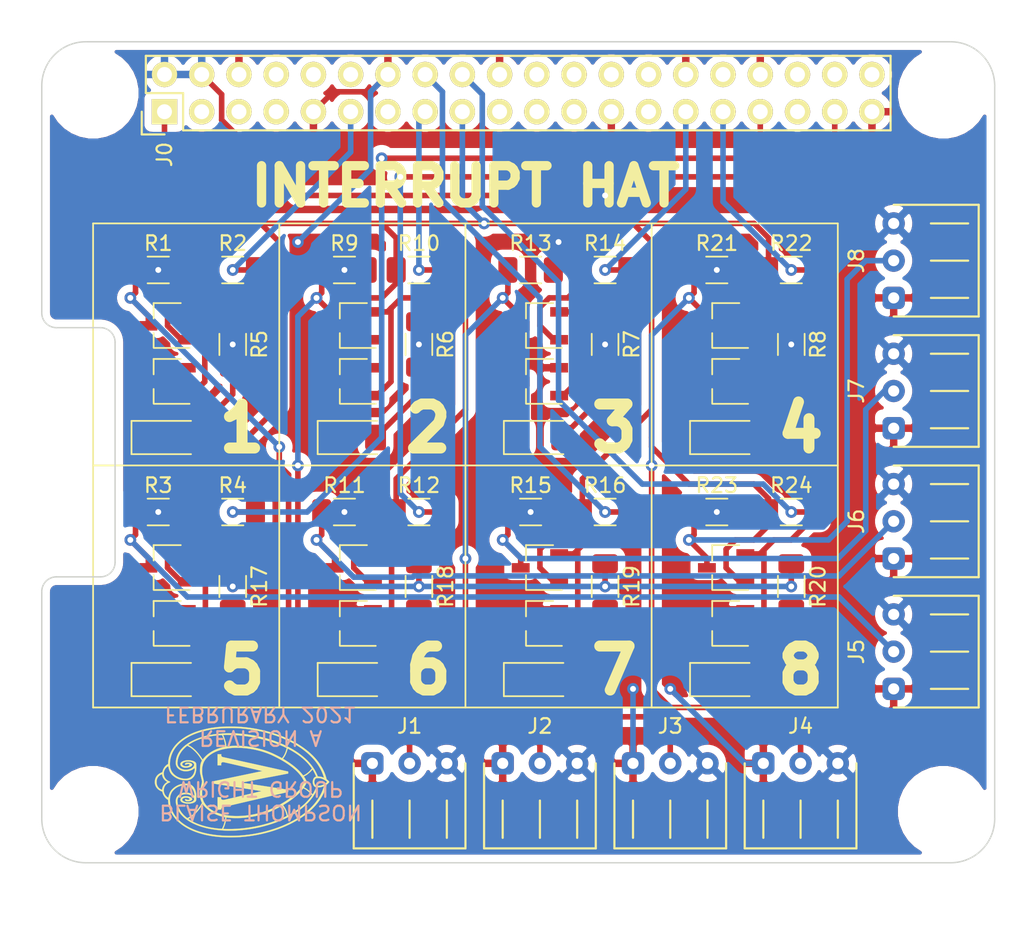
<source format=kicad_pcb>
(kicad_pcb (version 20171130) (host pcbnew 5.1.8+dfsg1-1+b1)
  (title_block (title "OPA400 Interrupt Hat") (date 2021-02-16) (rev A) (company "University of Wisconsin-Madison") (comment 1 "Department of Chemistry") (comment 2 "Wright Group") (comment 3 "Blaise Thompson") (comment 4 blaise.thompson@wisc.edu))
  (layers (0 F.Cu signal) (31 B.Cu signal) (34 B.Paste user) (35 F.Paste user) (36 B.SilkS user) (37 F.SilkS user) (38 B.Mask user) (39 F.Mask user) (44 Edge.Cuts user))
  (net 0 "")
  (net 1 "Net-(D1-Pad2)")
  (net 2 "Net-(D1-Pad1)")
  (net 3 "Net-(D2-Pad2)")
  (net 4 "Net-(D2-Pad1)")
  (net 5 "Net-(D3-Pad2)")
  (net 6 "Net-(D3-Pad1)")
  (net 7 "Net-(D4-Pad2)")
  (net 8 "Net-(D4-Pad1)")
  (net 9 "Net-(D5-Pad2)")
  (net 10 "Net-(D5-Pad1)")
  (net 11 "Net-(D6-Pad2)")
  (net 12 "Net-(D6-Pad1)")
  (net 13 "Net-(D7-Pad2)")
  (net 14 "Net-(D7-Pad1)")
  (net 15 "Net-(D8-Pad2)")
  (net 16 "Net-(D8-Pad1)")
  (net 17 GND)
  (net 18 +3V3)
  (net 19 +5V)
  (net 20 "Net-(J1-Pad2)")
  (net 21 "Net-(J2-Pad2)")
  (net 22 "Net-(J3-Pad2)")
  (net 23 "Net-(J4-Pad2)")
  (net 24 "Net-(J5-Pad2)")
  (net 25 "Net-(J6-Pad2)")
  (net 26 "Net-(J7-Pad2)")
  (net 27 "Net-(J8-Pad2)")
  (net 28 SIG1)
  (net 29 SIG5)
  (net 30 SIG2)
  (net 31 SIG3)
  (net 32 SIG4)
  (net 33 SIG6)
  (net 34 SIG7)
  (net 35 SIG8)
  (module footprints:logo (layer F.Cu) (at 60.96 97.79 90)
    (fp_text reference G*** hide)
    (fp_text value LOGO hide)
  )
  (module Package_TO_SOT_SMD:TSOT-23 (layer F.Cu) (at 93.98 83.185 180)
    (fp_text reference Q16 hide)
    (fp_text value 2N7000)
    (pad 3 smd rect (at 1.31 0 180) (size 1.22 0.65) (layers F.Cu F.Paste F.Mask) (net 27 "Net-(J8-Pad2)"))
    (pad 2 smd rect (at -1.31 0.95 180) (size 1.22 0.65) (layers F.Cu F.Paste F.Mask) (net 35 SIG8))
    (pad 1 smd rect (at -1.31 -0.95 180) (size 1.22 0.65) (layers F.Cu F.Paste F.Mask) (net 18 +3V3))
  )
  (module Package_TO_SOT_SMD:TSOT-23 (layer F.Cu) (at 93.98 66.675 180)
    (fp_text reference Q15 hide)
    (fp_text value 2N7000)
    (pad 3 smd rect (at 1.31 0 180) (size 1.22 0.65) (layers F.Cu F.Paste F.Mask) (net 23 "Net-(J4-Pad2)"))
    (pad 2 smd rect (at -1.31 0.95 180) (size 1.22 0.65) (layers F.Cu F.Paste F.Mask) (net 32 SIG4))
    (pad 1 smd rect (at -1.31 -0.95 180) (size 1.22 0.65) (layers F.Cu F.Paste F.Mask) (net 18 +3V3))
  )
  (module Package_TO_SOT_SMD:TSOT-23 (layer F.Cu) (at 93.98 86.995 180)
    (fp_text reference Q14 hide)
    (fp_text value 2N7000)
    (pad 3 smd rect (at 1.31 0 180) (size 1.22 0.65) (layers F.Cu F.Paste F.Mask) (net 16 "Net-(D8-Pad1)"))
    (pad 2 smd rect (at -1.31 0.95 180) (size 1.22 0.65) (layers F.Cu F.Paste F.Mask) (net 17 GND))
    (pad 1 smd rect (at -1.31 -0.95 180) (size 1.22 0.65) (layers F.Cu F.Paste F.Mask) (net 35 SIG8))
  )
  (module Package_TO_SOT_SMD:TSOT-23 (layer F.Cu) (at 81.28 86.995 180)
    (fp_text reference Q13 hide)
    (fp_text value 2N7000)
    (pad 3 smd rect (at 1.31 0 180) (size 1.22 0.65) (layers F.Cu F.Paste F.Mask) (net 14 "Net-(D7-Pad1)"))
    (pad 2 smd rect (at -1.31 0.95 180) (size 1.22 0.65) (layers F.Cu F.Paste F.Mask) (net 17 GND))
    (pad 1 smd rect (at -1.31 -0.95 180) (size 1.22 0.65) (layers F.Cu F.Paste F.Mask) (net 34 SIG7))
  )
  (module Package_TO_SOT_SMD:TSOT-23 (layer F.Cu) (at 68.58 86.995 180)
    (fp_text reference Q12 hide)
    (fp_text value 2N7000)
    (pad 3 smd rect (at 1.31 0 180) (size 1.22 0.65) (layers F.Cu F.Paste F.Mask) (net 12 "Net-(D6-Pad1)"))
    (pad 2 smd rect (at -1.31 0.95 180) (size 1.22 0.65) (layers F.Cu F.Paste F.Mask) (net 17 GND))
    (pad 1 smd rect (at -1.31 -0.95 180) (size 1.22 0.65) (layers F.Cu F.Paste F.Mask) (net 33 SIG6))
  )
  (module Package_TO_SOT_SMD:TSOT-23 (layer F.Cu) (at 55.88 86.995 180)
    (fp_text reference Q11 hide)
    (fp_text value 2N7000)
    (pad 3 smd rect (at 1.31 0 180) (size 1.22 0.65) (layers F.Cu F.Paste F.Mask) (net 10 "Net-(D5-Pad1)"))
    (pad 2 smd rect (at -1.31 0.95 180) (size 1.22 0.65) (layers F.Cu F.Paste F.Mask) (net 17 GND))
    (pad 1 smd rect (at -1.31 -0.95 180) (size 1.22 0.65) (layers F.Cu F.Paste F.Mask) (net 29 SIG5))
  )
  (module Package_TO_SOT_SMD:TSOT-23 (layer F.Cu) (at 81.28 83.185 180)
    (fp_text reference Q10 hide)
    (fp_text value 2N7000)
    (pad 3 smd rect (at 1.31 0 180) (size 1.22 0.65) (layers F.Cu F.Paste F.Mask) (net 26 "Net-(J7-Pad2)"))
    (pad 2 smd rect (at -1.31 0.95 180) (size 1.22 0.65) (layers F.Cu F.Paste F.Mask) (net 34 SIG7))
    (pad 1 smd rect (at -1.31 -0.95 180) (size 1.22 0.65) (layers F.Cu F.Paste F.Mask) (net 18 +3V3))
  )
  (module Package_TO_SOT_SMD:TSOT-23 (layer F.Cu) (at 81.28 66.675 180)
    (fp_text reference Q9 hide)
    (fp_text value 2N7000)
    (pad 3 smd rect (at 1.31 0 180) (size 1.22 0.65) (layers F.Cu F.Paste F.Mask) (net 22 "Net-(J3-Pad2)"))
    (pad 2 smd rect (at -1.31 0.95 180) (size 1.22 0.65) (layers F.Cu F.Paste F.Mask) (net 31 SIG3))
    (pad 1 smd rect (at -1.31 -0.95 180) (size 1.22 0.65) (layers F.Cu F.Paste F.Mask) (net 18 +3V3))
  )
  (module Package_TO_SOT_SMD:TSOT-23 (layer F.Cu) (at 68.58 83.185 180)
    (fp_text reference Q8 hide)
    (fp_text value 2N7000)
    (pad 3 smd rect (at 1.31 0 180) (size 1.22 0.65) (layers F.Cu F.Paste F.Mask) (net 25 "Net-(J6-Pad2)"))
    (pad 2 smd rect (at -1.31 0.95 180) (size 1.22 0.65) (layers F.Cu F.Paste F.Mask) (net 33 SIG6))
    (pad 1 smd rect (at -1.31 -0.95 180) (size 1.22 0.65) (layers F.Cu F.Paste F.Mask) (net 18 +3V3))
  )
  (module Package_TO_SOT_SMD:TSOT-23 (layer F.Cu) (at 68.58 66.675 180)
    (fp_text reference Q7 hide)
    (fp_text value 2N7000)
    (pad 3 smd rect (at 1.31 0 180) (size 1.22 0.65) (layers F.Cu F.Paste F.Mask) (net 21 "Net-(J2-Pad2)"))
    (pad 2 smd rect (at -1.31 0.95 180) (size 1.22 0.65) (layers F.Cu F.Paste F.Mask) (net 30 SIG2))
    (pad 1 smd rect (at -1.31 -0.95 180) (size 1.22 0.65) (layers F.Cu F.Paste F.Mask) (net 18 +3V3))
  )
  (module Package_TO_SOT_SMD:TSOT-23 (layer F.Cu) (at 93.98 70.485 180)
    (fp_text reference Q6 hide)
    (fp_text value 2N7000)
    (pad 3 smd rect (at 1.31 0 180) (size 1.22 0.65) (layers F.Cu F.Paste F.Mask) (net 8 "Net-(D4-Pad1)"))
    (pad 2 smd rect (at -1.31 0.95 180) (size 1.22 0.65) (layers F.Cu F.Paste F.Mask) (net 17 GND))
    (pad 1 smd rect (at -1.31 -0.95 180) (size 1.22 0.65) (layers F.Cu F.Paste F.Mask) (net 32 SIG4))
  )
  (module Package_TO_SOT_SMD:TSOT-23 (layer F.Cu) (at 81.28 70.485 180)
    (fp_text reference Q5 hide)
    (fp_text value 2N7000)
    (pad 3 smd rect (at 1.31 0 180) (size 1.22 0.65) (layers F.Cu F.Paste F.Mask) (net 6 "Net-(D3-Pad1)"))
    (pad 2 smd rect (at -1.31 0.95 180) (size 1.22 0.65) (layers F.Cu F.Paste F.Mask) (net 17 GND))
    (pad 1 smd rect (at -1.31 -0.95 180) (size 1.22 0.65) (layers F.Cu F.Paste F.Mask) (net 31 SIG3))
  )
  (module Package_TO_SOT_SMD:TSOT-23 (layer F.Cu) (at 68.58 70.485 180)
    (fp_text reference Q4 hide)
    (fp_text value 2N7000)
    (pad 3 smd rect (at 1.31 0 180) (size 1.22 0.65) (layers F.Cu F.Paste F.Mask) (net 4 "Net-(D2-Pad1)"))
    (pad 2 smd rect (at -1.31 0.95 180) (size 1.22 0.65) (layers F.Cu F.Paste F.Mask) (net 17 GND))
    (pad 1 smd rect (at -1.31 -0.95 180) (size 1.22 0.65) (layers F.Cu F.Paste F.Mask) (net 30 SIG2))
  )
  (module Package_TO_SOT_SMD:TSOT-23 (layer F.Cu) (at 55.88 70.485 180)
    (fp_text reference Q3 hide)
    (fp_text value 2N7000)
    (pad 3 smd rect (at 1.31 0 180) (size 1.22 0.65) (layers F.Cu F.Paste F.Mask) (net 2 "Net-(D1-Pad1)"))
    (pad 2 smd rect (at -1.31 0.95 180) (size 1.22 0.65) (layers F.Cu F.Paste F.Mask) (net 17 GND))
    (pad 1 smd rect (at -1.31 -0.95 180) (size 1.22 0.65) (layers F.Cu F.Paste F.Mask) (net 28 SIG1))
  )
  (module Package_TO_SOT_SMD:TSOT-23 (layer F.Cu) (at 55.88 83.185 180)
    (fp_text reference Q2 hide)
    (fp_text value 2N7000)
    (pad 3 smd rect (at 1.31 0 180) (size 1.22 0.65) (layers F.Cu F.Paste F.Mask) (net 24 "Net-(J5-Pad2)"))
    (pad 2 smd rect (at -1.31 0.95 180) (size 1.22 0.65) (layers F.Cu F.Paste F.Mask) (net 29 SIG5))
    (pad 1 smd rect (at -1.31 -0.95 180) (size 1.22 0.65) (layers F.Cu F.Paste F.Mask) (net 18 +3V3))
  )
  (module Package_TO_SOT_SMD:TSOT-23 (layer F.Cu) (at 55.88 66.675 180)
    (fp_text reference Q1 hide)
    (fp_text value 2N7000)
    (pad 3 smd rect (at 1.31 0 180) (size 1.22 0.65) (layers F.Cu F.Paste F.Mask) (net 20 "Net-(J1-Pad2)"))
    (pad 2 smd rect (at -1.31 0.95 180) (size 1.22 0.65) (layers F.Cu F.Paste F.Mask) (net 28 SIG1))
    (pad 1 smd rect (at -1.31 -0.95 180) (size 1.22 0.65) (layers F.Cu F.Paste F.Mask) (net 18 +3V3))
  )
  (module Resistor_SMD:R_1206_3216Metric_Pad1.30x1.75mm_HandSolder (layer F.Cu) (at 55.245 62.865)
    (fp_text reference R1 (at 0 -1.82) (layer F.SilkS))
    (fp_text value 4.7k)
    (pad 2 smd roundrect (at 1.55 0) (size 1.3 1.75) (layers F.Cu F.Paste F.Mask) (roundrect_rratio 0.1923069230769231) (net 19 +5V))
    (pad 1 smd roundrect (at -1.55 0) (size 1.3 1.75) (layers F.Cu F.Paste F.Mask) (roundrect_rratio 0.1923069230769231) (net 20 "Net-(J1-Pad2)"))
  )
  (module Resistor_SMD:R_1206_3216Metric_Pad1.30x1.75mm_HandSolder (layer F.Cu) (at 98.425 79.375)
    (fp_text reference R24 (at 0 -1.82) (layer F.SilkS))
    (fp_text value 4.7k)
    (pad 2 smd roundrect (at 1.55 0) (size 1.3 1.75) (layers F.Cu F.Paste F.Mask) (roundrect_rratio 0.1923069230769231) (net 35 SIG8))
    (pad 1 smd roundrect (at -1.55 0) (size 1.3 1.75) (layers F.Cu F.Paste F.Mask) (roundrect_rratio 0.1923069230769231) (net 18 +3V3))
  )
  (module Resistor_SMD:R_1206_3216Metric_Pad1.30x1.75mm_HandSolder (layer F.Cu) (at 93.345 79.375)
    (fp_text reference R23 (at 0 -1.82) (layer F.SilkS))
    (fp_text value 4.7k)
    (pad 2 smd roundrect (at 1.55 0) (size 1.3 1.75) (layers F.Cu F.Paste F.Mask) (roundrect_rratio 0.1923069230769231) (net 19 +5V))
    (pad 1 smd roundrect (at -1.55 0) (size 1.3 1.75) (layers F.Cu F.Paste F.Mask) (roundrect_rratio 0.1923069230769231) (net 27 "Net-(J8-Pad2)"))
  )
  (module Resistor_SMD:R_1206_3216Metric_Pad1.30x1.75mm_HandSolder (layer F.Cu) (at 98.425 62.865)
    (fp_text reference R22 (at 0 -1.82) (layer F.SilkS))
    (fp_text value 4.7k)
    (pad 2 smd roundrect (at 1.55 0) (size 1.3 1.75) (layers F.Cu F.Paste F.Mask) (roundrect_rratio 0.1923069230769231) (net 32 SIG4))
    (pad 1 smd roundrect (at -1.55 0) (size 1.3 1.75) (layers F.Cu F.Paste F.Mask) (roundrect_rratio 0.1923069230769231) (net 18 +3V3))
  )
  (module Resistor_SMD:R_1206_3216Metric_Pad1.30x1.75mm_HandSolder (layer F.Cu) (at 93.345 62.865)
    (fp_text reference R21 (at 0 -1.82) (layer F.SilkS))
    (fp_text value 4.7k)
    (pad 2 smd roundrect (at 1.55 0) (size 1.3 1.75) (layers F.Cu F.Paste F.Mask) (roundrect_rratio 0.1923069230769231) (net 19 +5V))
    (pad 1 smd roundrect (at -1.55 0) (size 1.3 1.75) (layers F.Cu F.Paste F.Mask) (roundrect_rratio 0.1923069230769231) (net 23 "Net-(J4-Pad2)"))
  )
  (module Resistor_SMD:R_1206_3216Metric_Pad1.30x1.75mm_HandSolder (layer F.Cu) (at 98.425 84.455 270)
    (fp_text reference R20 (at 0 -1.82 90) (layer F.SilkS))
    (fp_text value 470)
    (pad 2 smd roundrect (at 1.55 0 270) (size 1.3 1.75) (layers F.Cu F.Paste F.Mask) (roundrect_rratio 0.1923069230769231) (net 15 "Net-(D8-Pad2)"))
    (pad 1 smd roundrect (at -1.55 0 270) (size 1.3 1.75) (layers F.Cu F.Paste F.Mask) (roundrect_rratio 0.1923069230769231) (net 19 +5V))
  )
  (module Resistor_SMD:R_1206_3216Metric_Pad1.30x1.75mm_HandSolder (layer F.Cu) (at 85.725 84.455 270)
    (fp_text reference R19 (at 0 -1.82 90) (layer F.SilkS))
    (fp_text value 470)
    (pad 2 smd roundrect (at 1.55 0 270) (size 1.3 1.75) (layers F.Cu F.Paste F.Mask) (roundrect_rratio 0.1923069230769231) (net 13 "Net-(D7-Pad2)"))
    (pad 1 smd roundrect (at -1.55 0 270) (size 1.3 1.75) (layers F.Cu F.Paste F.Mask) (roundrect_rratio 0.1923069230769231) (net 19 +5V))
  )
  (module Resistor_SMD:R_1206_3216Metric_Pad1.30x1.75mm_HandSolder (layer F.Cu) (at 73.025 84.455 270)
    (fp_text reference R18 (at 0 -1.82 90) (layer F.SilkS))
    (fp_text value 470)
    (pad 2 smd roundrect (at 1.55 0 270) (size 1.3 1.75) (layers F.Cu F.Paste F.Mask) (roundrect_rratio 0.1923069230769231) (net 11 "Net-(D6-Pad2)"))
    (pad 1 smd roundrect (at -1.55 0 270) (size 1.3 1.75) (layers F.Cu F.Paste F.Mask) (roundrect_rratio 0.1923069230769231) (net 19 +5V))
  )
  (module Resistor_SMD:R_1206_3216Metric_Pad1.30x1.75mm_HandSolder (layer F.Cu) (at 60.325 84.455 270)
    (fp_text reference R17 (at 0 -1.82 90) (layer F.SilkS))
    (fp_text value 470)
    (pad 2 smd roundrect (at 1.55 0 270) (size 1.3 1.75) (layers F.Cu F.Paste F.Mask) (roundrect_rratio 0.1923069230769231) (net 9 "Net-(D5-Pad2)"))
    (pad 1 smd roundrect (at -1.55 0 270) (size 1.3 1.75) (layers F.Cu F.Paste F.Mask) (roundrect_rratio 0.1923069230769231) (net 19 +5V))
  )
  (module Resistor_SMD:R_1206_3216Metric_Pad1.30x1.75mm_HandSolder (layer F.Cu) (at 85.725 79.375)
    (fp_text reference R16 (at 0 -1.82) (layer F.SilkS))
    (fp_text value 4.7k)
    (pad 2 smd roundrect (at 1.55 0) (size 1.3 1.75) (layers F.Cu F.Paste F.Mask) (roundrect_rratio 0.1923069230769231) (net 34 SIG7))
    (pad 1 smd roundrect (at -1.55 0) (size 1.3 1.75) (layers F.Cu F.Paste F.Mask) (roundrect_rratio 0.1923069230769231) (net 18 +3V3))
  )
  (module Resistor_SMD:R_1206_3216Metric_Pad1.30x1.75mm_HandSolder (layer F.Cu) (at 80.645 79.375)
    (fp_text reference R15 (at 0 -1.82) (layer F.SilkS))
    (fp_text value 4.7k)
    (pad 2 smd roundrect (at 1.55 0) (size 1.3 1.75) (layers F.Cu F.Paste F.Mask) (roundrect_rratio 0.1923069230769231) (net 19 +5V))
    (pad 1 smd roundrect (at -1.55 0) (size 1.3 1.75) (layers F.Cu F.Paste F.Mask) (roundrect_rratio 0.1923069230769231) (net 26 "Net-(J7-Pad2)"))
  )
  (module Resistor_SMD:R_1206_3216Metric_Pad1.30x1.75mm_HandSolder (layer F.Cu) (at 85.725 62.865)
    (fp_text reference R14 (at 0 -1.82) (layer F.SilkS))
    (fp_text value 4.7k)
    (pad 2 smd roundrect (at 1.55 0) (size 1.3 1.75) (layers F.Cu F.Paste F.Mask) (roundrect_rratio 0.1923069230769231) (net 31 SIG3))
    (pad 1 smd roundrect (at -1.55 0) (size 1.3 1.75) (layers F.Cu F.Paste F.Mask) (roundrect_rratio 0.1923069230769231) (net 18 +3V3))
  )
  (module Resistor_SMD:R_1206_3216Metric_Pad1.30x1.75mm_HandSolder (layer F.Cu) (at 80.645 62.865)
    (fp_text reference R13 (at 0 -1.82) (layer F.SilkS))
    (fp_text value 4.7k)
    (pad 2 smd roundrect (at 1.55 0) (size 1.3 1.75) (layers F.Cu F.Paste F.Mask) (roundrect_rratio 0.1923069230769231) (net 19 +5V))
    (pad 1 smd roundrect (at -1.55 0) (size 1.3 1.75) (layers F.Cu F.Paste F.Mask) (roundrect_rratio 0.1923069230769231) (net 22 "Net-(J3-Pad2)"))
  )
  (module Resistor_SMD:R_1206_3216Metric_Pad1.30x1.75mm_HandSolder (layer F.Cu) (at 73.025 79.375)
    (fp_text reference R12 (at 0 -1.82) (layer F.SilkS))
    (fp_text value 4.7k)
    (pad 2 smd roundrect (at 1.55 0) (size 1.3 1.75) (layers F.Cu F.Paste F.Mask) (roundrect_rratio 0.1923069230769231) (net 33 SIG6))
    (pad 1 smd roundrect (at -1.55 0) (size 1.3 1.75) (layers F.Cu F.Paste F.Mask) (roundrect_rratio 0.1923069230769231) (net 18 +3V3))
  )
  (module Resistor_SMD:R_1206_3216Metric_Pad1.30x1.75mm_HandSolder (layer F.Cu) (at 67.945 79.375)
    (fp_text reference R11 (at 0 -1.82) (layer F.SilkS))
    (fp_text value 4.7k)
    (pad 2 smd roundrect (at 1.55 0) (size 1.3 1.75) (layers F.Cu F.Paste F.Mask) (roundrect_rratio 0.1923069230769231) (net 19 +5V))
    (pad 1 smd roundrect (at -1.55 0) (size 1.3 1.75) (layers F.Cu F.Paste F.Mask) (roundrect_rratio 0.1923069230769231) (net 25 "Net-(J6-Pad2)"))
  )
  (module Resistor_SMD:R_1206_3216Metric_Pad1.30x1.75mm_HandSolder (layer F.Cu) (at 73.025 62.865)
    (fp_text reference R10 (at 0 -1.82) (layer F.SilkS))
    (fp_text value 4.7k)
    (pad 2 smd roundrect (at 1.55 0) (size 1.3 1.75) (layers F.Cu F.Paste F.Mask) (roundrect_rratio 0.1923069230769231) (net 30 SIG2))
    (pad 1 smd roundrect (at -1.55 0) (size 1.3 1.75) (layers F.Cu F.Paste F.Mask) (roundrect_rratio 0.1923069230769231) (net 18 +3V3))
  )
  (module Resistor_SMD:R_1206_3216Metric_Pad1.30x1.75mm_HandSolder (layer F.Cu) (at 67.945 62.865)
    (fp_text reference R9 (at 0 -1.82) (layer F.SilkS))
    (fp_text value 4.7k)
    (pad 2 smd roundrect (at 1.55 0) (size 1.3 1.75) (layers F.Cu F.Paste F.Mask) (roundrect_rratio 0.1923069230769231) (net 19 +5V))
    (pad 1 smd roundrect (at -1.55 0) (size 1.3 1.75) (layers F.Cu F.Paste F.Mask) (roundrect_rratio 0.1923069230769231) (net 21 "Net-(J2-Pad2)"))
  )
  (module Resistor_SMD:R_1206_3216Metric_Pad1.30x1.75mm_HandSolder (layer F.Cu) (at 98.425 67.945 270)
    (fp_text reference R8 (at 0 -1.82 90) (layer F.SilkS))
    (fp_text value 470)
    (pad 2 smd roundrect (at 1.55 0 270) (size 1.3 1.75) (layers F.Cu F.Paste F.Mask) (roundrect_rratio 0.1923069230769231) (net 7 "Net-(D4-Pad2)"))
    (pad 1 smd roundrect (at -1.55 0 270) (size 1.3 1.75) (layers F.Cu F.Paste F.Mask) (roundrect_rratio 0.1923069230769231) (net 19 +5V))
  )
  (module Resistor_SMD:R_1206_3216Metric_Pad1.30x1.75mm_HandSolder (layer F.Cu) (at 85.725 67.945 270)
    (fp_text reference R7 (at 0 -1.82 90) (layer F.SilkS))
    (fp_text value 470)
    (pad 2 smd roundrect (at 1.55 0 270) (size 1.3 1.75) (layers F.Cu F.Paste F.Mask) (roundrect_rratio 0.1923069230769231) (net 5 "Net-(D3-Pad2)"))
    (pad 1 smd roundrect (at -1.55 0 270) (size 1.3 1.75) (layers F.Cu F.Paste F.Mask) (roundrect_rratio 0.1923069230769231) (net 19 +5V))
  )
  (module Resistor_SMD:R_1206_3216Metric_Pad1.30x1.75mm_HandSolder (layer F.Cu) (at 73.025 67.945 270)
    (fp_text reference R6 (at 0 -1.82 90) (layer F.SilkS))
    (fp_text value 470)
    (pad 2 smd roundrect (at 1.55 0 270) (size 1.3 1.75) (layers F.Cu F.Paste F.Mask) (roundrect_rratio 0.1923069230769231) (net 3 "Net-(D2-Pad2)"))
    (pad 1 smd roundrect (at -1.55 0 270) (size 1.3 1.75) (layers F.Cu F.Paste F.Mask) (roundrect_rratio 0.1923069230769231) (net 19 +5V))
  )
  (module Resistor_SMD:R_1206_3216Metric_Pad1.30x1.75mm_HandSolder (layer F.Cu) (at 60.325 67.945 270)
    (fp_text reference R5 (at 0 -1.82 90) (layer F.SilkS))
    (fp_text value 470)
    (pad 2 smd roundrect (at 1.55 0 270) (size 1.3 1.75) (layers F.Cu F.Paste F.Mask) (roundrect_rratio 0.1923069230769231) (net 1 "Net-(D1-Pad2)"))
    (pad 1 smd roundrect (at -1.55 0 270) (size 1.3 1.75) (layers F.Cu F.Paste F.Mask) (roundrect_rratio 0.1923069230769231) (net 19 +5V))
  )
  (module Resistor_SMD:R_1206_3216Metric_Pad1.30x1.75mm_HandSolder (layer F.Cu) (at 60.325 79.375)
    (fp_text reference R4 (at 0 -1.82) (layer F.SilkS))
    (fp_text value 4.7k)
    (pad 2 smd roundrect (at 1.55 0) (size 1.3 1.75) (layers F.Cu F.Paste F.Mask) (roundrect_rratio 0.1923069230769231) (net 29 SIG5))
    (pad 1 smd roundrect (at -1.55 0) (size 1.3 1.75) (layers F.Cu F.Paste F.Mask) (roundrect_rratio 0.1923069230769231) (net 18 +3V3))
  )
  (module Resistor_SMD:R_1206_3216Metric_Pad1.30x1.75mm_HandSolder (layer F.Cu) (at 55.245 79.375)
    (fp_text reference R3 (at 0 -1.82) (layer F.SilkS))
    (fp_text value 4.7k)
    (pad 2 smd roundrect (at 1.55 0) (size 1.3 1.75) (layers F.Cu F.Paste F.Mask) (roundrect_rratio 0.1923069230769231) (net 19 +5V))
    (pad 1 smd roundrect (at -1.55 0) (size 1.3 1.75) (layers F.Cu F.Paste F.Mask) (roundrect_rratio 0.1923069230769231) (net 24 "Net-(J5-Pad2)"))
  )
  (module Resistor_SMD:R_1206_3216Metric_Pad1.30x1.75mm_HandSolder (layer F.Cu) (at 60.325 62.865)
    (fp_text reference R2 (at 0 -1.82) (layer F.SilkS))
    (fp_text value 4.7k)
    (pad 2 smd roundrect (at 1.55 0) (size 1.3 1.75) (layers F.Cu F.Paste F.Mask) (roundrect_rratio 0.1923069230769231) (net 28 SIG1))
    (pad 1 smd roundrect (at -1.55 0) (size 1.3 1.75) (layers F.Cu F.Paste F.Mask) (roundrect_rratio 0.1923069230769231) (net 18 +3V3))
  )
  (module LED_SMD:LED_1206_3216Metric_Pad1.42x1.75mm_HandSolder (layer F.Cu) (at 93.98 90.805)
    (fp_text reference D8 hide)
    (fp_text value LED)
    (pad 2 smd roundrect (at 1.4875 0) (size 1.425 1.75) (layers F.Cu F.Paste F.Mask) (roundrect_rratio 0.1754385964912281) (net 15 "Net-(D8-Pad2)"))
    (pad 1 smd roundrect (at -1.4875 0) (size 1.425 1.75) (layers F.Cu F.Paste F.Mask) (roundrect_rratio 0.1754385964912281) (net 16 "Net-(D8-Pad1)"))
  )
  (module LED_SMD:LED_1206_3216Metric_Pad1.42x1.75mm_HandSolder (layer F.Cu) (at 81.28 90.805)
    (fp_text reference D7 hide)
    (fp_text value LED)
    (pad 2 smd roundrect (at 1.4875 0) (size 1.425 1.75) (layers F.Cu F.Paste F.Mask) (roundrect_rratio 0.1754385964912281) (net 13 "Net-(D7-Pad2)"))
    (pad 1 smd roundrect (at -1.4875 0) (size 1.425 1.75) (layers F.Cu F.Paste F.Mask) (roundrect_rratio 0.1754385964912281) (net 14 "Net-(D7-Pad1)"))
  )
  (module LED_SMD:LED_1206_3216Metric_Pad1.42x1.75mm_HandSolder (layer F.Cu) (at 68.58 90.805)
    (fp_text reference D6 hide)
    (fp_text value LED)
    (pad 2 smd roundrect (at 1.4875 0) (size 1.425 1.75) (layers F.Cu F.Paste F.Mask) (roundrect_rratio 0.1754385964912281) (net 11 "Net-(D6-Pad2)"))
    (pad 1 smd roundrect (at -1.4875 0) (size 1.425 1.75) (layers F.Cu F.Paste F.Mask) (roundrect_rratio 0.1754385964912281) (net 12 "Net-(D6-Pad1)"))
  )
  (module LED_SMD:LED_1206_3216Metric_Pad1.42x1.75mm_HandSolder (layer F.Cu) (at 55.88 90.805)
    (fp_text reference D5 hide)
    (fp_text value LED)
    (pad 2 smd roundrect (at 1.4875 0) (size 1.425 1.75) (layers F.Cu F.Paste F.Mask) (roundrect_rratio 0.1754385964912281) (net 9 "Net-(D5-Pad2)"))
    (pad 1 smd roundrect (at -1.4875 0) (size 1.425 1.75) (layers F.Cu F.Paste F.Mask) (roundrect_rratio 0.1754385964912281) (net 10 "Net-(D5-Pad1)"))
  )
  (module LED_SMD:LED_1206_3216Metric_Pad1.42x1.75mm_HandSolder (layer F.Cu) (at 93.98 74.295)
    (fp_text reference D4 hide)
    (fp_text value LED)
    (pad 2 smd roundrect (at 1.4875 0) (size 1.425 1.75) (layers F.Cu F.Paste F.Mask) (roundrect_rratio 0.1754385964912281) (net 7 "Net-(D4-Pad2)"))
    (pad 1 smd roundrect (at -1.4875 0) (size 1.425 1.75) (layers F.Cu F.Paste F.Mask) (roundrect_rratio 0.1754385964912281) (net 8 "Net-(D4-Pad1)"))
  )
  (module LED_SMD:LED_1206_3216Metric_Pad1.42x1.75mm_HandSolder (layer F.Cu) (at 81.28 74.295)
    (fp_text reference D3 hide)
    (fp_text value LED)
    (pad 2 smd roundrect (at 1.4875 0) (size 1.425 1.75) (layers F.Cu F.Paste F.Mask) (roundrect_rratio 0.1754385964912281) (net 5 "Net-(D3-Pad2)"))
    (pad 1 smd roundrect (at -1.4875 0) (size 1.425 1.75) (layers F.Cu F.Paste F.Mask) (roundrect_rratio 0.1754385964912281) (net 6 "Net-(D3-Pad1)"))
  )
  (module LED_SMD:LED_1206_3216Metric_Pad1.42x1.75mm_HandSolder (layer F.Cu) (at 68.58 74.295)
    (fp_text reference D2 hide)
    (fp_text value LED)
    (pad 2 smd roundrect (at 1.4875 0) (size 1.425 1.75) (layers F.Cu F.Paste F.Mask) (roundrect_rratio 0.1754385964912281) (net 3 "Net-(D2-Pad2)"))
    (pad 1 smd roundrect (at -1.4875 0) (size 1.425 1.75) (layers F.Cu F.Paste F.Mask) (roundrect_rratio 0.1754385964912281) (net 4 "Net-(D2-Pad1)"))
  )
  (module LED_SMD:LED_1206_3216Metric_Pad1.42x1.75mm_HandSolder (layer F.Cu) (at 55.88 74.295)
    (fp_text reference D1 hide)
    (fp_text value LED)
    (pad 2 smd roundrect (at 1.4875 0) (size 1.425 1.75) (layers F.Cu F.Paste F.Mask) (roundrect_rratio 0.1754385964912281) (net 1 "Net-(D1-Pad2)"))
    (pad 1 smd roundrect (at -1.4875 0) (size 1.425 1.75) (layers F.Cu F.Paste F.Mask) (roundrect_rratio 0.1754385964912281) (net 2 "Net-(D1-Pad1)"))
  )
  (module footprints:0022124032 (layer F.Cu) (at 105.41 62.23 90)
    (fp_text reference J8 (at 0 -2.54 90) (layer F.SilkS))
    (fp_text value Conn_01x03)
    (pad 3 thru_hole circle (at 2.54 0 90) (size 1.524 1.524) (drill 0.762) (layers *.Cu *.Mask) (net 19 +5V))
    (pad 2 thru_hole circle (at 0 0 90) (size 1.524 1.524) (drill 0.762) (layers *.Cu *.Mask) (net 27 "Net-(J8-Pad2)"))
    (pad 1 thru_hole roundrect (at -2.54 0 90) (size 1.524 1.524) (drill 0.762) (layers *.Cu *.Mask) (net 17 GND))
  )
  (module footprints:0022124032 (layer F.Cu) (at 105.41 71.12 90)
    (fp_text reference J7 (at 0 -2.54 90) (layer F.SilkS))
    (fp_text value Conn_01x03)
    (pad 3 thru_hole circle (at 2.54 0 90) (size 1.524 1.524) (drill 0.762) (layers *.Cu *.Mask) (net 19 +5V))
    (pad 2 thru_hole circle (at 0 0 90) (size 1.524 1.524) (drill 0.762) (layers *.Cu *.Mask) (net 26 "Net-(J7-Pad2)"))
    (pad 1 thru_hole roundrect (at -2.54 0 90) (size 1.524 1.524) (drill 0.762) (layers *.Cu *.Mask) (net 17 GND))
  )
  (module footprints:0022124032 (layer F.Cu) (at 105.41 80.01 90)
    (fp_text reference J6 (at 0 -2.54 90) (layer F.SilkS))
    (fp_text value Conn_01x03)
    (pad 3 thru_hole circle (at 2.54 0 90) (size 1.524 1.524) (drill 0.762) (layers *.Cu *.Mask) (net 19 +5V))
    (pad 2 thru_hole circle (at 0 0 90) (size 1.524 1.524) (drill 0.762) (layers *.Cu *.Mask) (net 25 "Net-(J6-Pad2)"))
    (pad 1 thru_hole roundrect (at -2.54 0 90) (size 1.524 1.524) (drill 0.762) (layers *.Cu *.Mask) (net 17 GND))
  )
  (module footprints:0022124032 (layer F.Cu) (at 105.41 88.9 90)
    (fp_text reference J5 (at 0 -2.54 90) (layer F.SilkS))
    (fp_text value Conn_01x03)
    (pad 3 thru_hole circle (at 2.54 0 90) (size 1.524 1.524) (drill 0.762) (layers *.Cu *.Mask) (net 19 +5V))
    (pad 2 thru_hole circle (at 0 0 90) (size 1.524 1.524) (drill 0.762) (layers *.Cu *.Mask) (net 24 "Net-(J5-Pad2)"))
    (pad 1 thru_hole roundrect (at -2.54 0 90) (size 1.524 1.524) (drill 0.762) (layers *.Cu *.Mask) (net 17 GND))
  )
  (module footprints:0022124032 (layer F.Cu) (at 99.06 96.52)
    (fp_text reference J4 (at 0 -2.54) (layer F.SilkS))
    (fp_text value Conn_01x03)
    (pad 3 thru_hole circle (at 2.54 0) (size 1.524 1.524) (drill 0.762) (layers *.Cu *.Mask) (net 19 +5V))
    (pad 2 thru_hole circle (at 0 0) (size 1.524 1.524) (drill 0.762) (layers *.Cu *.Mask) (net 23 "Net-(J4-Pad2)"))
    (pad 1 thru_hole roundrect (at -2.54 0) (size 1.524 1.524) (drill 0.762) (layers *.Cu *.Mask) (net 17 GND))
  )
  (module footprints:0022124032 (layer F.Cu) (at 90.17 96.52)
    (fp_text reference J3 (at 0 -2.54) (layer F.SilkS))
    (fp_text value Conn_01x03)
    (pad 3 thru_hole circle (at 2.54 0) (size 1.524 1.524) (drill 0.762) (layers *.Cu *.Mask) (net 19 +5V))
    (pad 2 thru_hole circle (at 0 0) (size 1.524 1.524) (drill 0.762) (layers *.Cu *.Mask) (net 22 "Net-(J3-Pad2)"))
    (pad 1 thru_hole roundrect (at -2.54 0) (size 1.524 1.524) (drill 0.762) (layers *.Cu *.Mask) (net 17 GND))
  )
  (module footprints:0022124032 (layer F.Cu) (at 81.28 96.52)
    (fp_text reference J2 (at 0 -2.54) (layer F.SilkS))
    (fp_text value Conn_01x03)
    (pad 3 thru_hole circle (at 2.54 0) (size 1.524 1.524) (drill 0.762) (layers *.Cu *.Mask) (net 19 +5V))
    (pad 2 thru_hole circle (at 0 0) (size 1.524 1.524) (drill 0.762) (layers *.Cu *.Mask) (net 21 "Net-(J2-Pad2)"))
    (pad 1 thru_hole roundrect (at -2.54 0) (size 1.524 1.524) (drill 0.762) (layers *.Cu *.Mask) (net 17 GND))
  )
  (module footprints:0022124032 (layer F.Cu) (at 72.39 96.52)
    (fp_text reference J1 (at 0 -2.54) (layer F.SilkS))
    (fp_text value Conn_01x03)
    (pad 3 thru_hole circle (at 2.54 0) (size 1.524 1.524) (drill 0.762) (layers *.Cu *.Mask) (net 19 +5V))
    (pad 2 thru_hole circle (at 0 0) (size 1.524 1.524) (drill 0.762) (layers *.Cu *.Mask) (net 20 "Net-(J1-Pad2)"))
    (pad 1 thru_hole roundrect (at -2.54 0) (size 1.524 1.524) (drill 0.762) (layers *.Cu *.Mask) (net 17 GND))
  )
  (module footprints:rpi-header (layer F.Cu) (at 79.8 50.8 90)
    (fp_text reference J0 (at -4.191 -24.13 270) (layer F.SilkS))
    (fp_text value rpi-gpio)
    (pad 40 thru_hole oval (at 1.27 24.13 90) (size 1.7272 1.7272) (drill 1.016) (layers *.Cu *.Mask F.SilkS))
    (pad 39 thru_hole oval (at -1.27 24.13 90) (size 1.7272 1.7272) (drill 1.016) (layers *.Cu *.Mask F.SilkS) (net 17 GND))
    (pad 38 thru_hole oval (at 1.27 21.59 90) (size 1.7272 1.7272) (drill 1.016) (layers *.Cu *.Mask F.SilkS))
    (pad 37 thru_hole oval (at -1.27 21.59 90) (size 1.7272 1.7272) (drill 1.016) (layers *.Cu *.Mask F.SilkS) (net 33 SIG6))
    (pad 36 thru_hole oval (at 1.27 19.05 90) (size 1.7272 1.7272) (drill 1.016) (layers *.Cu *.Mask F.SilkS))
    (pad 35 thru_hole oval (at -1.27 19.05 90) (size 1.7272 1.7272) (drill 1.016) (layers *.Cu *.Mask F.SilkS))
    (pad 34 thru_hole oval (at 1.27 16.51 90) (size 1.7272 1.7272) (drill 1.016) (layers *.Cu *.Mask F.SilkS) (net 17 GND))
    (pad 33 thru_hole oval (at -1.27 16.51 90) (size 1.7272 1.7272) (drill 1.016) (layers *.Cu *.Mask F.SilkS) (net 29 SIG5))
    (pad 32 thru_hole oval (at 1.27 13.97 90) (size 1.7272 1.7272) (drill 1.016) (layers *.Cu *.Mask F.SilkS))
    (pad 31 thru_hole oval (at -1.27 13.97 90) (size 1.7272 1.7272) (drill 1.016) (layers *.Cu *.Mask F.SilkS) (net 32 SIG4))
    (pad 30 thru_hole oval (at 1.27 11.43 90) (size 1.7272 1.7272) (drill 1.016) (layers *.Cu *.Mask F.SilkS) (net 17 GND))
    (pad 29 thru_hole oval (at -1.27 11.43 90) (size 1.7272 1.7272) (drill 1.016) (layers *.Cu *.Mask F.SilkS) (net 31 SIG3))
    (pad 28 thru_hole oval (at 1.27 8.89 90) (size 1.7272 1.7272) (drill 1.016) (layers *.Cu *.Mask F.SilkS))
    (pad 27 thru_hole oval (at -1.27 8.89 90) (size 1.7272 1.7272) (drill 1.016) (layers *.Cu *.Mask F.SilkS))
    (pad 26 thru_hole oval (at 1.27 6.35 90) (size 1.7272 1.7272) (drill 1.016) (layers *.Cu *.Mask F.SilkS))
    (pad 25 thru_hole oval (at -1.27 6.35 90) (size 1.7272 1.7272) (drill 1.016) (layers *.Cu *.Mask F.SilkS) (net 17 GND))
    (pad 24 thru_hole oval (at 1.27 3.81 90) (size 1.7272 1.7272) (drill 1.016) (layers *.Cu *.Mask F.SilkS))
    (pad 23 thru_hole oval (at -1.27 3.81 90) (size 1.7272 1.7272) (drill 1.016) (layers *.Cu *.Mask F.SilkS))
    (pad 22 thru_hole oval (at 1.27 1.27 90) (size 1.7272 1.7272) (drill 1.016) (layers *.Cu *.Mask F.SilkS))
    (pad 21 thru_hole oval (at -1.27 1.27 90) (size 1.7272 1.7272) (drill 1.016) (layers *.Cu *.Mask F.SilkS))
    (pad 20 thru_hole oval (at 1.27 -1.27 90) (size 1.7272 1.7272) (drill 1.016) (layers *.Cu *.Mask F.SilkS) (net 17 GND))
    (pad 19 thru_hole oval (at -1.27 -1.27 90) (size 1.7272 1.7272) (drill 1.016) (layers *.Cu *.Mask F.SilkS))
    (pad 18 thru_hole oval (at 1.27 -3.81 90) (size 1.7272 1.7272) (drill 1.016) (layers *.Cu *.Mask F.SilkS) (net 35 SIG8))
    (pad 17 thru_hole oval (at -1.27 -3.81 90) (size 1.7272 1.7272) (drill 1.016) (layers *.Cu *.Mask F.SilkS) (net 18 +3V3))
    (pad 16 thru_hole oval (at 1.27 -6.35 90) (size 1.7272 1.7272) (drill 1.016) (layers *.Cu *.Mask F.SilkS) (net 34 SIG7))
    (pad 15 thru_hole oval (at -1.27 -6.35 90) (size 1.7272 1.7272) (drill 1.016) (layers *.Cu *.Mask F.SilkS) (net 30 SIG2))
    (pad 14 thru_hole oval (at 1.27 -8.89 90) (size 1.7272 1.7272) (drill 1.016) (layers *.Cu *.Mask F.SilkS) (net 17 GND))
    (pad 13 thru_hole oval (at -1.27 -8.89 90) (size 1.7272 1.7272) (drill 1.016) (layers *.Cu *.Mask F.SilkS))
    (pad 12 thru_hole oval (at 1.27 -11.43 90) (size 1.7272 1.7272) (drill 1.016) (layers *.Cu *.Mask F.SilkS))
    (pad 11 thru_hole oval (at -1.27 -11.43 90) (size 1.7272 1.7272) (drill 1.016) (layers *.Cu *.Mask F.SilkS) (net 28 SIG1))
    (pad 10 thru_hole oval (at 1.27 -13.97 90) (size 1.7272 1.7272) (drill 1.016) (layers *.Cu *.Mask F.SilkS))
    (pad 9 thru_hole oval (at -1.27 -13.97 90) (size 1.7272 1.7272) (drill 1.016) (layers *.Cu *.Mask F.SilkS) (net 17 GND))
    (pad 8 thru_hole oval (at 1.27 -16.51 90) (size 1.7272 1.7272) (drill 1.016) (layers *.Cu *.Mask F.SilkS))
    (pad 7 thru_hole oval (at -1.27 -16.51 90) (size 1.7272 1.7272) (drill 1.016) (layers *.Cu *.Mask F.SilkS))
    (pad 6 thru_hole oval (at 1.27 -19.05 90) (size 1.7272 1.7272) (drill 1.016) (layers *.Cu *.Mask F.SilkS) (net 17 GND))
    (pad 5 thru_hole oval (at -1.27 -19.05 90) (size 1.7272 1.7272) (drill 1.016) (layers *.Cu *.Mask F.SilkS))
    (pad 4 thru_hole oval (at 1.27 -21.59 90) (size 1.7272 1.7272) (drill 1.016) (layers *.Cu *.Mask F.SilkS) (net 19 +5V))
    (pad 3 thru_hole oval (at -1.27 -21.59 90) (size 1.7272 1.7272) (drill 1.016) (layers *.Cu *.Mask F.SilkS))
    (pad 2 thru_hole oval (at 1.27 -24.13 90) (size 1.7272 1.7272) (drill 1.016) (layers *.Cu *.Mask F.SilkS) (net 19 +5V))
    (pad 1 thru_hole rect (at -1.27 -24.13 90) (size 1.7272 1.7272) (drill 1.016) (layers *.Cu *.Mask F.SilkS) (net 18 +3V3))
  )
  (module RPi_Hat:RPi_Hat_Mounting_Hole (layer F.Cu) (at 108.8 50.8)
    (fp_text reference "" hide)
    (fp_text value "" hide)
    (pad "" np_thru_hole circle (at 0 0) (size 2.75 2.75) (drill 2.75) (layers *.Cu *.Mask) (clearance 1.725))
  )
  (module RPi_Hat:RPi_Hat_Mounting_Hole (layer F.Cu) (at 108.8 99.8)
    (fp_text reference "" hide)
    (fp_text value "" hide)
    (pad "" np_thru_hole circle (at 0 0) (size 2.75 2.75) (drill 2.75) (layers *.Cu *.Mask) (clearance 1.725))
  )
  (module RPi_Hat:RPi_Hat_Mounting_Hole (layer F.Cu) (at 50.8 99.8)
    (fp_text reference "" hide)
    (fp_text value "" hide)
    (pad "" np_thru_hole circle (at 0 0) (size 2.75 2.75) (drill 2.75) (layers *.Cu *.Mask) (clearance 1.725))
  )
  (module RPi_Hat:RPi_Hat_Mounting_Hole (layer F.Cu) (at 50.8 50.8)
    (fp_text reference "" hide)
    (fp_text value "" hide)
    (pad "" np_thru_hole circle (at 0 0) (size 2.75 2.75) (drill 2.75) (layers *.Cu *.Mask) (clearance 1.725))
  )
  (gr_text "BLAISE THOMPSON\nWRIGHT GROUP" (at 62.23 99.06 180) (layer B.SilkS) (effects (font (size 1 1)) (justify mirror)))
  (gr_text "REVISION A\nFEBRURARY 2021" (at 62.23 93.98 180) (layer B.SilkS) (effects (font (size 1 1)) (justify mirror)))
  (gr_text "INTERRUPT HAT" (at 76.2 57.15) (layer F.SilkS) (effects (font (size 2.54 2.54) (thickness 0.635))))
  (gr_text 8 (at 99.06 90.17) (layer F.SilkS) (effects (font (size 3 3) (thickness 0.75))))
  (gr_text 7 (at 86.36 90.17) (layer F.SilkS) (effects (font (size 3 3) (thickness 0.75))))
  (gr_text 6 (at 73.66 90.17) (layer F.SilkS) (effects (font (size 3 3) (thickness 0.75))))
  (gr_text 5 (at 60.96 90.17) (layer F.SilkS) (effects (font (size 3 3) (thickness 0.75))))
  (gr_text 4 (at 99.06 73.66) (layer F.SilkS) (effects (font (size 3 3) (thickness 0.75))))
  (gr_text 3 (at 86.36 73.66) (layer F.SilkS) (effects (font (size 3 3) (thickness 0.75))))
  (gr_text 2 (at 73.66 73.66) (layer F.SilkS) (effects (font (size 3 3) (thickness 0.75))))
  (gr_text 1 (at 60.96 73.66) (layer F.SilkS) (effects (font (size 3 3) (thickness 0.75))))
  (gr_line (start 50.8 76.2) (end 101.6 76.2) (layer F.SilkS) (width 0.12))
  (gr_line (start 50.8 59.69) (end 50.8 92.71) (layer F.SilkS) (width 0.12))
  (gr_line (start 63.5 59.69) (end 63.5 92.71) (layer F.SilkS) (width 0.12))
  (gr_line (start 76.2 59.69) (end 76.2 92.71) (layer F.SilkS) (width 0.12))
  (gr_line (start 101.6 59.69) (end 101.6 92.71) (layer F.SilkS) (width 0.12))
  (gr_line (start 88.9 92.71) (end 101.6 92.71) (layer F.SilkS) (width 0.12))
  (gr_line (start 88.9 59.69) (end 88.9 92.71) (layer F.SilkS) (width 0.12))
  (gr_line (start 52.3 67.8) (end 52.3 82.8) (layer Edge.Cuts) (width 0.1))
  (gr_line (start 101.6 92.71) (end 50.8 92.71) (layer F.SilkS) (width 0.12))
  (gr_line (start 101.6 59.69) (end 50.8 59.69) (layer F.SilkS) (width 0.12))
  (gr_arc (start 109.3 50.3) (end 109.3 47.3) (angle 90) (layer Edge.Cuts) (width 0.1))
  (gr_line (start 50.3 47.3) (end 109.3 47.3) (angle 90) (layer Edge.Cuts) (width 0.1))
  (gr_arc (start 50.3 50.3) (end 47.3 50.3) (angle 90) (layer Edge.Cuts) (width 0.1))
  (gr_arc (start 48.3 65.8) (end 48.3 66.8) (angle 90) (layer Edge.Cuts) (width 0.1))
  (gr_arc (start 51.3 67.8) (end 51.3 66.8) (angle 90) (layer Edge.Cuts) (width 0.1))
  (gr_arc (start 51.3 82.8) (end 52.3 82.8) (angle 90) (layer Edge.Cuts) (width 0.1))
  (gr_arc (start 48.3 84.8) (end 47.3 84.8) (angle 90) (layer Edge.Cuts) (width 0.1))
  (gr_line (start 112.3 50.3) (end 112.3 100.3) (angle 90) (layer Edge.Cuts) (width 0.1))
  (gr_line (start 50.3 103.3) (end 109.3 103.3) (angle 90) (layer Edge.Cuts) (width 0.1))
  (gr_line (start 48.3 66.8) (end 51.3 66.8) (layer Edge.Cuts) (width 0.1))
  (gr_line (start 48.3 83.8) (end 51.3 83.8) (layer Edge.Cuts) (width 0.1))
  (gr_line (start 47.3 50.3) (end 47.3 65.8) (layer Edge.Cuts) (width 0.1))
  (gr_line (start 47.3 84.8) (end 47.3 100.3) (layer Edge.Cuts) (width 0.1))
  (gr_arc (start 50.3 100.3) (end 50.3 103.3) (angle 90) (layer Edge.Cuts) (width 0.1))
  (gr_arc (start 109.3 100.3) (end 112.3 100.3) (angle 90) (layer Edge.Cuts) (width 0.1))
  (segment (start 60.325 71.3375) (end 57.3675 74.295) (width 0.381) (layer F.Cu) (net 1))
  (segment (start 60.325 69.495) (end 60.325 71.3375) (width 0.381) (layer F.Cu) (net 1))
  (segment (start 54.57 74.1175) (end 54.3925 74.295) (width 0.381) (layer F.Cu) (net 2))
  (segment (start 54.57 70.485) (end 54.57 74.1175) (width 0.381) (layer F.Cu) (net 2))
  (segment (start 73.025 71.3375) (end 70.0675 74.295) (width 0.381) (layer F.Cu) (net 3))
  (segment (start 73.025 69.495) (end 73.025 71.3375) (width 0.381) (layer F.Cu) (net 3))
  (segment (start 67.27 74.1175) (end 67.0925 74.295) (width 0.381) (layer F.Cu) (net 4))
  (segment (start 67.27 70.485) (end 67.27 74.1175) (width 0.381) (layer F.Cu) (net 4))
  (segment (start 85.725 71.3375) (end 82.7675 74.295) (width 0.381) (layer F.Cu) (net 5))
  (segment (start 85.725 69.495) (end 85.725 71.3375) (width 0.381) (layer F.Cu) (net 5))
  (segment (start 79.97 74.1175) (end 79.7925 74.295) (width 0.381) (layer F.Cu) (net 6))
  (segment (start 79.97 70.485) (end 79.97 74.1175) (width 0.381) (layer F.Cu) (net 6))
  (segment (start 98.425 71.3375) (end 95.4675 74.295) (width 0.381) (layer F.Cu) (net 7))
  (segment (start 98.425 69.495) (end 98.425 71.3375) (width 0.381) (layer F.Cu) (net 7))
  (segment (start 92.67 74.1175) (end 92.4925 74.295) (width 0.381) (layer F.Cu) (net 8))
  (segment (start 92.67 70.485) (end 92.67 74.1175) (width 0.381) (layer F.Cu) (net 8))
  (segment (start 60.325 87.8475) (end 57.3675 90.805) (width 0.381) (layer F.Cu) (net 9))
  (segment (start 60.325 86.005) (end 60.325 87.8475) (width 0.381) (layer F.Cu) (net 9))
  (segment (start 54.57 90.6275) (end 54.3925 90.805) (width 0.381) (layer F.Cu) (net 10))
  (segment (start 54.57 86.995) (end 54.57 90.6275) (width 0.381) (layer F.Cu) (net 10))
  (segment (start 73.025 87.8475) (end 70.0675 90.805) (width 0.381) (layer F.Cu) (net 11))
  (segment (start 73.025 86.005) (end 73.025 87.8475) (width 0.381) (layer F.Cu) (net 11))
  (segment (start 67.27 90.6275) (end 67.0925 90.805) (width 0.381) (layer F.Cu) (net 12))
  (segment (start 67.27 86.995) (end 67.27 90.6275) (width 0.381) (layer F.Cu) (net 12))
  (segment (start 85.725 87.8475) (end 82.7675 90.805) (width 0.381) (layer F.Cu) (net 13))
  (segment (start 85.725 86.005) (end 85.725 87.8475) (width 0.381) (layer F.Cu) (net 13))
  (segment (start 79.97 90.6275) (end 79.7925 90.805) (width 0.381) (layer F.Cu) (net 14))
  (segment (start 79.97 86.995) (end 79.97 90.6275) (width 0.381) (layer F.Cu) (net 14))
  (segment (start 98.425 87.8475) (end 95.4675 90.805) (width 0.381) (layer F.Cu) (net 15))
  (segment (start 98.425 86.005) (end 98.425 87.8475) (width 0.381) (layer F.Cu) (net 15))
  (segment (start 92.67 90.6275) (end 92.4925 90.805) (width 0.381) (layer F.Cu) (net 16))
  (segment (start 92.67 86.995) (end 92.67 90.6275) (width 0.381) (layer F.Cu) (net 16))
  (via (at 87.63 91.44) (size 0.8) (drill 0.4) (layers F.Cu B.Cu) (net 17))
  (segment (start 87.63 96.52) (end 87.63 91.44) (width 0.381) (layer B.Cu) (net 17))
  (via (at 64.77 60.96) (size 0.8) (drill 0.4) (layers F.Cu B.Cu) (net 17))
  (segment (start 69.728899 56.001101) (end 64.77 60.96) (width 0.381) (layer B.Cu) (net 17))
  (segment (start 69.728899 50.711101) (end 69.728899 56.001101) (width 0.381) (layer B.Cu) (net 17))
  (segment (start 70.91 49.53) (end 69.728899 50.711101) (width 0.381) (layer B.Cu) (net 17))
  (segment (start 67.188899 50.711101) (end 65.83 52.07) (width 0.381) (layer F.Cu) (net 17))
  (segment (start 69.728899 50.711101) (end 67.188899 50.711101) (width 0.381) (layer F.Cu) (net 17))
  (segment (start 70.91 49.53) (end 69.728899 50.711101) (width 0.381) (layer F.Cu) (net 17))
  (segment (start 96.52 96.52) (end 95.25 96.52) (width 0.381) (layer B.Cu) (net 17))
  (via (at 90.17 91.44) (size 0.8) (drill 0.4) (layers F.Cu B.Cu) (net 17))
  (segment (start 95.25 96.52) (end 90.17 91.44) (width 0.381) (layer B.Cu) (net 17))
  (segment (start 83.185 64.77) (end 81.915 64.77) (width 0.381) (layer F.Cu) (net 18))
  (segment (start 81.28 65.405) (end 81.28 66.675) (width 0.381) (layer F.Cu) (net 18))
  (segment (start 84.175 62.865) (end 84.175 63.505) (width 0.381) (layer F.Cu) (net 18))
  (segment (start 81.915 64.77) (end 81.28 65.405) (width 0.381) (layer F.Cu) (net 18))
  (segment (start 81.28 66.675) (end 82.23 67.625) (width 0.381) (layer F.Cu) (net 18))
  (segment (start 82.23 67.625) (end 82.59 67.625) (width 0.381) (layer F.Cu) (net 18))
  (segment (start 84.175 63.78) (end 83.185 64.77) (width 0.381) (layer F.Cu) (net 18))
  (segment (start 95.885 64.77) (end 94.615 64.77) (width 0.381) (layer F.Cu) (net 18))
  (segment (start 93.98 65.405) (end 93.98 66.675) (width 0.381) (layer F.Cu) (net 18))
  (segment (start 96.875 62.865) (end 96.875 63.505) (width 0.381) (layer F.Cu) (net 18))
  (segment (start 94.615 64.77) (end 93.98 65.405) (width 0.381) (layer F.Cu) (net 18))
  (segment (start 93.98 66.675) (end 94.93 67.625) (width 0.381) (layer F.Cu) (net 18))
  (segment (start 94.93 67.625) (end 95.29 67.625) (width 0.381) (layer F.Cu) (net 18))
  (segment (start 96.875 63.78) (end 95.885 64.77) (width 0.381) (layer F.Cu) (net 18))
  (segment (start 95.885 81.28) (end 94.615 81.28) (width 0.381) (layer F.Cu) (net 18))
  (segment (start 93.98 81.915) (end 93.98 83.185) (width 0.381) (layer F.Cu) (net 18))
  (segment (start 96.875 79.375) (end 96.875 80.015) (width 0.381) (layer F.Cu) (net 18))
  (segment (start 94.615 81.28) (end 93.98 81.915) (width 0.381) (layer F.Cu) (net 18))
  (segment (start 93.98 83.185) (end 94.93 84.135) (width 0.381) (layer F.Cu) (net 18))
  (segment (start 94.93 84.135) (end 95.29 84.135) (width 0.381) (layer F.Cu) (net 18))
  (segment (start 96.875 80.29) (end 95.885 81.28) (width 0.381) (layer F.Cu) (net 18))
  (segment (start 83.185 81.28) (end 81.915 81.28) (width 0.381) (layer F.Cu) (net 18))
  (segment (start 81.28 81.915) (end 81.28 83.185) (width 0.381) (layer F.Cu) (net 18))
  (segment (start 84.175 79.375) (end 84.175 80.015) (width 0.381) (layer F.Cu) (net 18))
  (segment (start 81.915 81.28) (end 81.28 81.915) (width 0.381) (layer F.Cu) (net 18))
  (segment (start 81.28 83.185) (end 82.23 84.135) (width 0.381) (layer F.Cu) (net 18))
  (segment (start 82.23 84.135) (end 82.59 84.135) (width 0.381) (layer F.Cu) (net 18))
  (segment (start 84.175 80.29) (end 83.185 81.28) (width 0.381) (layer F.Cu) (net 18))
  (segment (start 70.485 81.28) (end 69.215 81.28) (width 0.381) (layer F.Cu) (net 18))
  (segment (start 68.58 81.915) (end 68.58 83.185) (width 0.381) (layer F.Cu) (net 18))
  (segment (start 71.475 79.375) (end 71.475 80.015) (width 0.381) (layer F.Cu) (net 18))
  (segment (start 69.215 81.28) (end 68.58 81.915) (width 0.381) (layer F.Cu) (net 18))
  (segment (start 68.58 83.185) (end 69.53 84.135) (width 0.381) (layer F.Cu) (net 18))
  (segment (start 69.53 84.135) (end 69.89 84.135) (width 0.381) (layer F.Cu) (net 18))
  (segment (start 71.475 80.29) (end 70.485 81.28) (width 0.381) (layer F.Cu) (net 18))
  (segment (start 57.785 81.28) (end 56.515 81.28) (width 0.381) (layer F.Cu) (net 18))
  (segment (start 55.88 81.915) (end 55.88 83.185) (width 0.381) (layer F.Cu) (net 18))
  (segment (start 58.775 79.375) (end 58.775 80.015) (width 0.381) (layer F.Cu) (net 18))
  (segment (start 56.515 81.28) (end 55.88 81.915) (width 0.381) (layer F.Cu) (net 18))
  (segment (start 55.88 83.185) (end 56.83 84.135) (width 0.381) (layer F.Cu) (net 18))
  (segment (start 56.83 84.135) (end 57.19 84.135) (width 0.381) (layer F.Cu) (net 18))
  (segment (start 58.775 80.29) (end 57.785 81.28) (width 0.381) (layer F.Cu) (net 18))
  (segment (start 70.485 64.77) (end 69.215 64.77) (width 0.381) (layer F.Cu) (net 18))
  (segment (start 68.58 65.405) (end 68.58 66.675) (width 0.381) (layer F.Cu) (net 18))
  (segment (start 69.215 64.77) (end 68.58 65.405) (width 0.381) (layer F.Cu) (net 18))
  (segment (start 68.58 66.675) (end 69.53 67.625) (width 0.381) (layer F.Cu) (net 18))
  (segment (start 69.53 67.625) (end 69.89 67.625) (width 0.381) (layer F.Cu) (net 18))
  (segment (start 71.475 63.78) (end 70.485 64.77) (width 0.381) (layer F.Cu) (net 18))
  (segment (start 96.875 60.68) (end 95.885 59.69) (width 0.381) (layer F.Cu) (net 18))
  (segment (start 96.875 62.865) (end 96.875 60.68) (width 0.381) (layer F.Cu) (net 18))
  (segment (start 55.67 52.07) (end 55.67 52.495) (width 0.381) (layer F.Cu) (net 18))
  (segment (start 58.775 76.837564) (end 58.775 79.375) (width 0.381) (layer F.Cu) (net 18))
  (segment (start 63.5 72.112564) (end 58.775 76.837564) (width 0.381) (layer F.Cu) (net 18))
  (segment (start 62.23 59.69) (end 63.5 60.96) (width 0.381) (layer F.Cu) (net 18))
  (segment (start 57.785 59.69) (end 62.23 59.69) (width 0.381) (layer F.Cu) (net 18))
  (segment (start 63.5 60.96) (end 63.5 72.112564) (width 0.381) (layer F.Cu) (net 18))
  (segment (start 55.67 57.575) (end 57.785 59.69) (width 0.381) (layer F.Cu) (net 18))
  (segment (start 55.67 52.07) (end 55.67 57.575) (width 0.381) (layer F.Cu) (net 18))
  (segment (start 58.775 60.68) (end 57.785 59.69) (width 0.381) (layer F.Cu) (net 18))
  (segment (start 58.775 62.865) (end 58.775 60.68) (width 0.381) (layer F.Cu) (net 18))
  (segment (start 71.475 62.865) (end 71.475 60.68) (width 0.381) (layer F.Cu) (net 18))
  (segment (start 70.485 59.69) (end 62.23 59.69) (width 0.381) (layer F.Cu) (net 18))
  (segment (start 71.475 60.68) (end 70.485 59.69) (width 0.381) (layer F.Cu) (net 18))
  (segment (start 76.2 52.28) (end 75.99 52.07) (width 0.381) (layer F.Cu) (net 18))
  (segment (start 71.475 77.115) (end 76.2 72.39) (width 0.381) (layer F.Cu) (net 18))
  (segment (start 71.475 79.375) (end 71.475 77.115) (width 0.381) (layer F.Cu) (net 18))
  (segment (start 84.175 60.68) (end 83.185 59.69) (width 0.381) (layer F.Cu) (net 18))
  (segment (start 84.175 62.865) (end 84.175 60.68) (width 0.381) (layer F.Cu) (net 18))
  (segment (start 83.185 59.69) (end 77.47 59.69) (width 0.381) (layer F.Cu) (net 18))
  (segment (start 95.885 59.69) (end 87.63 59.69) (width 0.381) (layer F.Cu) (net 18))
  (segment (start 87.63 59.69) (end 83.185 59.69) (width 0.381) (layer F.Cu) (net 18))
  (segment (start 88.9 72.39) (end 84.175 77.115) (width 0.381) (layer F.Cu) (net 18))
  (segment (start 84.175 77.115) (end 84.175 79.375) (width 0.381) (layer F.Cu) (net 18))
  (segment (start 88.9 60.96) (end 88.9 72.39) (width 0.381) (layer F.Cu) (net 18))
  (segment (start 87.63 59.69) (end 88.9 60.96) (width 0.381) (layer F.Cu) (net 18))
  (segment (start 88.9 72.39) (end 88.9 74.295) (width 0.381) (layer F.Cu) (net 18))
  (segment (start 76.2 72.39) (end 76.2 60.96) (width 0.381) (layer F.Cu) (net 18))
  (segment (start 76.2 60.96) (end 74.93 59.69) (width 0.381) (layer F.Cu) (net 18))
  (segment (start 74.93 59.69) (end 77.47 59.69) (width 0.381) (layer F.Cu) (net 18))
  (segment (start 70.485 59.69) (end 74.93 59.69) (width 0.381) (layer F.Cu) (net 18))
  (via (at 77.47 59.69) (size 0.8) (drill 0.4) (layers F.Cu B.Cu) (net 18))
  (segment (start 75.99 58.21) (end 77.47 59.69) (width 0.381) (layer B.Cu) (net 18))
  (segment (start 75.99 52.07) (end 75.99 58.21) (width 0.381) (layer B.Cu) (net 18))
  (segment (start 96.875 79.375) (end 96.875 78.46) (width 0.381) (layer F.Cu) (net 18))
  (segment (start 96.875 78.46) (end 95.885 77.47) (width 0.381) (layer F.Cu) (net 18))
  (segment (start 95.885 77.47) (end 91.44 77.47) (width 0.381) (layer F.Cu) (net 18))
  (segment (start 88.9 74.93) (end 88.9 74.295) (width 0.381) (layer F.Cu) (net 18))
  (segment (start 91.44 77.47) (end 88.9 74.93) (width 0.381) (layer F.Cu) (net 18))
  (segment (start 71.475 63.78) (end 71.475 62.865) (width 0.381) (layer F.Cu) (net 18))
  (segment (start 58.775 63.78) (end 57.785 64.77) (width 0.381) (layer F.Cu) (net 18))
  (segment (start 56.83 67.625) (end 57.19 67.625) (width 0.381) (layer F.Cu) (net 18))
  (segment (start 55.88 66.675) (end 56.83 67.625) (width 0.381) (layer F.Cu) (net 18))
  (segment (start 56.515 64.77) (end 55.88 65.405) (width 0.381) (layer F.Cu) (net 18))
  (segment (start 55.88 65.405) (end 55.88 66.675) (width 0.381) (layer F.Cu) (net 18))
  (segment (start 57.785 64.77) (end 56.515 64.77) (width 0.381) (layer F.Cu) (net 18))
  (segment (start 58.775 62.865) (end 58.775 63.78) (width 0.381) (layer F.Cu) (net 18))
  (segment (start 84.175 62.865) (end 84.175 63.78) (width 0.381) (layer F.Cu) (net 18))
  (segment (start 96.875 62.865) (end 96.875 63.78) (width 0.381) (layer F.Cu) (net 18))
  (segment (start 96.875 79.375) (end 96.875 80.29) (width 0.381) (layer F.Cu) (net 18))
  (segment (start 84.175 79.375) (end 84.175 80.29) (width 0.381) (layer F.Cu) (net 18))
  (segment (start 71.475 79.375) (end 71.475 80.29) (width 0.381) (layer F.Cu) (net 18))
  (segment (start 58.775 79.375) (end 58.775 80.29) (width 0.381) (layer F.Cu) (net 18))
  (segment (start 60.325 66.395) (end 59.97 66.04) (width 0.381) (layer F.Cu) (net 19))
  (via (at 93.345 62.865) (size 0.8) (drill 0.4) (layers F.Cu B.Cu) (net 19))
  (segment (start 94.895 62.865) (end 93.345 62.865) (width 0.381) (layer F.Cu) (net 19))
  (via (at 98.425 67.945) (size 0.8) (drill 0.4) (layers F.Cu B.Cu) (net 19))
  (segment (start 98.425 66.395) (end 98.425 67.945) (width 0.381) (layer F.Cu) (net 19))
  (via (at 85.725 67.945) (size 0.8) (drill 0.4) (layers F.Cu B.Cu) (net 19))
  (segment (start 85.725 66.395) (end 85.725 67.945) (width 0.381) (layer F.Cu) (net 19))
  (via (at 73.025 67.945) (size 0.8) (drill 0.4) (layers F.Cu B.Cu) (net 19))
  (segment (start 73.025 66.395) (end 73.025 67.945) (width 0.381) (layer F.Cu) (net 19))
  (via (at 67.945 62.865) (size 0.8) (drill 0.4) (layers F.Cu B.Cu) (net 19))
  (segment (start 69.495 62.865) (end 67.945 62.865) (width 0.381) (layer F.Cu) (net 19))
  (via (at 60.325 67.945) (size 0.8) (drill 0.4) (layers F.Cu B.Cu) (net 19))
  (segment (start 60.325 66.395) (end 60.325 67.945) (width 0.381) (layer F.Cu) (net 19))
  (via (at 55.245 62.865) (size 0.8) (drill 0.4) (layers F.Cu B.Cu) (net 19))
  (segment (start 56.795 62.865) (end 55.245 62.865) (width 0.381) (layer F.Cu) (net 19))
  (via (at 55.245 79.375) (size 0.8) (drill 0.4) (layers F.Cu B.Cu) (net 19))
  (segment (start 56.795 79.375) (end 55.245 79.375) (width 0.381) (layer F.Cu) (net 19))
  (via (at 60.325 84.455) (size 0.8) (drill 0.4) (layers F.Cu B.Cu) (net 19))
  (segment (start 60.325 82.905) (end 60.325 84.455) (width 0.381) (layer F.Cu) (net 19))
  (via (at 67.945 79.375) (size 0.8) (drill 0.4) (layers F.Cu B.Cu) (net 19))
  (segment (start 69.495 79.375) (end 67.945 79.375) (width 0.381) (layer F.Cu) (net 19))
  (via (at 73.025 84.455) (size 0.8) (drill 0.4) (layers F.Cu B.Cu) (net 19))
  (segment (start 73.025 82.905) (end 73.025 84.455) (width 0.381) (layer F.Cu) (net 19))
  (via (at 80.645 79.375) (size 0.8) (drill 0.4) (layers F.Cu B.Cu) (net 19))
  (segment (start 82.195 79.375) (end 80.645 79.375) (width 0.381) (layer F.Cu) (net 19))
  (via (at 93.345 79.375) (size 0.8) (drill 0.4) (layers F.Cu B.Cu) (net 19))
  (segment (start 94.895 79.375) (end 93.345 79.375) (width 0.381) (layer F.Cu) (net 19))
  (via (at 98.425 84.455) (size 0.8) (drill 0.4) (layers F.Cu B.Cu) (net 19))
  (segment (start 98.425 82.905) (end 98.425 84.455) (width 0.381) (layer F.Cu) (net 19))
  (segment (start 85.725 82.905) (end 85.725 84.455) (width 0.381) (layer F.Cu) (net 19))
  (via (at 85.725 84.455) (size 0.8) (drill 0.4) (layers F.Cu B.Cu) (net 19))
  (segment (start 98.425 84.455) (end 60.325 84.455) (width 0.381) (layer B.Cu) (net 19))
  (segment (start 59.568899 52.636929) (end 64.71697 57.785) (width 0.381) (layer F.Cu) (net 19))
  (segment (start 59.568899 50.888899) (end 59.568899 52.636929) (width 0.381) (layer F.Cu) (net 19))
  (segment (start 58.21 49.53) (end 59.568899 50.888899) (width 0.381) (layer F.Cu) (net 19))
  (via (at 85.725 57.785) (size 0.8) (drill 0.4) (layers F.Cu B.Cu) (net 19))
  (segment (start 64.71697 57.785) (end 85.725 57.785) (width 0.381) (layer F.Cu) (net 19))
  (via (at 82.55 60.96) (size 0.8) (drill 0.4) (layers F.Cu B.Cu) (net 19))
  (segment (start 82.195 61.315) (end 82.55 60.96) (width 0.381) (layer F.Cu) (net 19))
  (segment (start 82.195 62.865) (end 82.195 61.315) (width 0.381) (layer F.Cu) (net 19))
  (segment (start 82.55 60.96) (end 85.725 57.785) (width 0.381) (layer B.Cu) (net 19))
  (segment (start 60.325 84.455) (end 55.245 79.375) (width 0.381) (layer B.Cu) (net 19))
  (segment (start 53.695 64.415) (end 53.34 64.77) (width 0.381) (layer F.Cu) (net 20))
  (segment (start 53.695 62.865) (end 53.695 64.415) (width 0.381) (layer F.Cu) (net 20))
  (segment (start 54.57 66) (end 53.34 64.77) (width 0.381) (layer F.Cu) (net 20))
  (segment (start 54.57 66.675) (end 54.57 66) (width 0.381) (layer F.Cu) (net 20))
  (segment (start 72.39 95.25) (end 72.39 96.52) (width 0.381) (layer F.Cu) (net 20))
  (segment (start 71.755 94.615) (end 72.39 95.25) (width 0.381) (layer F.Cu) (net 20))
  (via (at 53.34 64.77) (size 0.8) (drill 0.4) (layers F.Cu B.Cu) (net 20))
  (via (at 63.5 74.93) (size 0.8) (drill 0.4) (layers F.Cu B.Cu) (net 20))
  (segment (start 53.34 64.77) (end 63.5 74.93) (width 0.381) (layer B.Cu) (net 20))
  (segment (start 63.5 74.93) (end 63.5 76.2) (width 0.381) (layer F.Cu) (net 20))
  (segment (start 63.5 76.2) (end 64.135 76.835) (width 0.381) (layer F.Cu) (net 20))
  (segment (start 64.135 76.835) (end 64.135 92.075) (width 0.381) (layer F.Cu) (net 20))
  (segment (start 64.135 92.075) (end 66.675 94.615) (width 0.381) (layer F.Cu) (net 20))
  (segment (start 66.675 94.615) (end 71.755 94.615) (width 0.381) (layer F.Cu) (net 20))
  (segment (start 66.395 64.415) (end 66.04 64.77) (width 0.381) (layer F.Cu) (net 21))
  (segment (start 66.395 62.865) (end 66.395 64.415) (width 0.381) (layer F.Cu) (net 21))
  (segment (start 66.04 64.77) (end 66.04 64.77) (width 0.381) (layer F.Cu) (net 21))
  (via (at 66.04 64.77) (size 0.8) (drill 0.4) (layers F.Cu B.Cu) (net 21))
  (segment (start 66.04 64.77) (end 64.77 66.04) (width 0.381) (layer B.Cu) (net 21))
  (via (at 64.77 76.2) (size 0.8) (drill 0.4) (layers F.Cu B.Cu) (net 21))
  (segment (start 64.77 66.04) (end 64.77 76.2) (width 0.381) (layer B.Cu) (net 21))
  (segment (start 81.28 95.25) (end 81.28 96.52) (width 0.381) (layer F.Cu) (net 21))
  (segment (start 80.01 93.98) (end 81.28 95.25) (width 0.381) (layer F.Cu) (net 21))
  (segment (start 67.31 93.98) (end 80.01 93.98) (width 0.381) (layer F.Cu) (net 21))
  (segment (start 64.77 91.44) (end 67.31 93.98) (width 0.381) (layer F.Cu) (net 21))
  (segment (start 64.77 76.2) (end 64.77 91.44) (width 0.381) (layer F.Cu) (net 21))
  (segment (start 67.27 66) (end 66.04 64.77) (width 0.381) (layer F.Cu) (net 21))
  (segment (start 67.27 66.675) (end 67.27 66) (width 0.381) (layer F.Cu) (net 21))
  (via (at 78.74 64.77) (size 0.8) (drill 0.4) (layers F.Cu B.Cu) (net 22))
  (segment (start 79.095 64.415) (end 78.74 64.77) (width 0.381) (layer F.Cu) (net 22))
  (segment (start 79.095 62.865) (end 79.095 64.415) (width 0.381) (layer F.Cu) (net 22))
  (segment (start 78.74 64.77) (end 76.2 67.31) (width 0.381) (layer B.Cu) (net 22))
  (segment (start 76.2 67.31) (end 76.2 76.2) (width 0.381) (layer B.Cu) (net 22))
  (segment (start 76.2 91.44) (end 78.105 93.345) (width 0.381) (layer F.Cu) (net 22))
  (segment (start 78.105 93.345) (end 88.9 93.345) (width 0.381) (layer F.Cu) (net 22))
  (segment (start 88.9 93.345) (end 90.17 94.615) (width 0.381) (layer F.Cu) (net 22))
  (segment (start 90.17 94.615) (end 90.17 96.52) (width 0.381) (layer F.Cu) (net 22))
  (via (at 76.2 82.55) (size 0.8) (drill 0.4) (layers F.Cu B.Cu) (net 22))
  (segment (start 76.2 76.2) (end 76.2 82.55) (width 0.381) (layer B.Cu) (net 22))
  (segment (start 76.2 82.55) (end 76.2 91.44) (width 0.381) (layer F.Cu) (net 22))
  (segment (start 79.97 66) (end 78.74 64.77) (width 0.381) (layer F.Cu) (net 22))
  (segment (start 79.97 66.675) (end 79.97 66) (width 0.381) (layer F.Cu) (net 22))
  (segment (start 91.795 64.415) (end 91.44 64.77) (width 0.381) (layer F.Cu) (net 23))
  (segment (start 91.795 62.865) (end 91.795 64.415) (width 0.381) (layer F.Cu) (net 23))
  (via (at 91.44 64.77) (size 0.8) (drill 0.4) (layers F.Cu B.Cu) (net 23))
  (segment (start 91.44 64.77) (end 88.9 67.31) (width 0.381) (layer B.Cu) (net 23))
  (via (at 88.9 76.2) (size 0.8) (drill 0.4) (layers F.Cu B.Cu) (net 23))
  (segment (start 88.9 67.31) (end 88.9 76.2) (width 0.381) (layer B.Cu) (net 23))
  (segment (start 88.9 76.2) (end 88.9 91.44) (width 0.381) (layer F.Cu) (net 23))
  (segment (start 88.9 91.44) (end 90.17 92.71) (width 0.381) (layer F.Cu) (net 23))
  (segment (start 90.17 92.71) (end 97.79 92.71) (width 0.381) (layer F.Cu) (net 23))
  (segment (start 97.79 92.71) (end 99.06 93.98) (width 0.381) (layer F.Cu) (net 23))
  (segment (start 99.06 93.98) (end 99.06 96.52) (width 0.381) (layer F.Cu) (net 23))
  (segment (start 92.67 66) (end 91.44 64.77) (width 0.381) (layer F.Cu) (net 23))
  (segment (start 92.67 66.675) (end 92.67 66) (width 0.381) (layer F.Cu) (net 23))
  (via (at 53.34 81.28) (size 0.8) (drill 0.4) (layers F.Cu B.Cu) (net 24))
  (segment (start 53.695 80.925) (end 53.34 81.28) (width 0.381) (layer F.Cu) (net 24))
  (segment (start 53.695 79.375) (end 53.695 80.925) (width 0.381) (layer F.Cu) (net 24))
  (segment (start 101.682501 85.172501) (end 105.41 88.9) (width 0.381) (layer B.Cu) (net 24))
  (segment (start 57.232501 85.172501) (end 101.682501 85.172501) (width 0.381) (layer B.Cu) (net 24))
  (segment (start 53.34 81.28) (end 57.232501 85.172501) (width 0.381) (layer B.Cu) (net 24))
  (segment (start 54.57 82.51) (end 53.34 81.28) (width 0.381) (layer F.Cu) (net 24))
  (segment (start 54.57 83.185) (end 54.57 82.51) (width 0.381) (layer F.Cu) (net 24))
  (via (at 66.04 81.28) (size 0.8) (drill 0.4) (layers F.Cu B.Cu) (net 25))
  (segment (start 66.395 80.925) (end 66.04 81.28) (width 0.381) (layer F.Cu) (net 25))
  (segment (start 66.395 79.375) (end 66.395 80.925) (width 0.381) (layer F.Cu) (net 25))
  (segment (start 101.682501 83.737499) (end 105.41 80.01) (width 0.381) (layer B.Cu) (net 25))
  (segment (start 72.598098 83.82) (end 72.680599 83.737499) (width 0.381) (layer B.Cu) (net 25))
  (segment (start 68.58 83.82) (end 72.598098 83.82) (width 0.381) (layer B.Cu) (net 25))
  (segment (start 72.680599 83.737499) (end 101.682501 83.737499) (width 0.381) (layer B.Cu) (net 25))
  (segment (start 66.04 81.28) (end 68.58 83.82) (width 0.381) (layer B.Cu) (net 25))
  (segment (start 67.27 82.51) (end 66.04 81.28) (width 0.381) (layer F.Cu) (net 25))
  (segment (start 67.27 83.185) (end 67.27 82.51) (width 0.381) (layer F.Cu) (net 25))
  (via (at 78.74 81.28) (size 0.8) (drill 0.4) (layers F.Cu B.Cu) (net 26))
  (segment (start 79.095 80.925) (end 78.74 81.28) (width 0.381) (layer F.Cu) (net 26))
  (segment (start 79.095 79.375) (end 79.095 80.925) (width 0.381) (layer F.Cu) (net 26))
  (segment (start 104.775 71.12) (end 105.41 71.12) (width 0.381) (layer B.Cu) (net 26))
  (segment (start 103.505 72.39) (end 104.775 71.12) (width 0.381) (layer B.Cu) (net 26))
  (segment (start 103.505 80.645) (end 103.505 72.39) (width 0.381) (layer B.Cu) (net 26))
  (segment (start 101.6 82.55) (end 103.505 80.645) (width 0.381) (layer B.Cu) (net 26))
  (segment (start 80.01 82.55) (end 101.6 82.55) (width 0.381) (layer B.Cu) (net 26))
  (segment (start 78.74 81.28) (end 80.01 82.55) (width 0.381) (layer B.Cu) (net 26))
  (segment (start 79.97 82.51) (end 78.74 81.28) (width 0.381) (layer F.Cu) (net 26))
  (segment (start 79.97 83.185) (end 79.97 82.51) (width 0.381) (layer F.Cu) (net 26))
  (via (at 91.44 81.28) (size 0.8) (drill 0.4) (layers F.Cu B.Cu) (net 27))
  (segment (start 91.795 80.925) (end 91.44 81.28) (width 0.381) (layer F.Cu) (net 27))
  (segment (start 91.795 79.375) (end 91.795 80.925) (width 0.381) (layer F.Cu) (net 27))
  (segment (start 105.201902 62.23) (end 105.41 62.23) (width 0.381) (layer B.Cu) (net 27))
  (segment (start 91.44 81.28) (end 100.965 81.28) (width 0.381) (layer B.Cu) (net 27))
  (segment (start 100.965 81.28) (end 102.235 80.01) (width 0.381) (layer B.Cu) (net 27))
  (segment (start 102.235 80.01) (end 102.235 63.5) (width 0.381) (layer B.Cu) (net 27))
  (segment (start 102.235 63.5) (end 103.505 62.23) (width 0.381) (layer B.Cu) (net 27))
  (segment (start 103.505 62.23) (end 105.41 62.23) (width 0.381) (layer B.Cu) (net 27))
  (segment (start 92.67 82.51) (end 91.44 81.28) (width 0.381) (layer F.Cu) (net 27))
  (segment (start 92.67 83.185) (end 92.67 82.51) (width 0.381) (layer F.Cu) (net 27))
  (via (at 60.325 62.865) (size 0.8) (drill 0.4) (layers F.Cu B.Cu) (net 28))
  (segment (start 61.875 62.865) (end 60.325 62.865) (width 0.381) (layer F.Cu) (net 28))
  (segment (start 68.37 54.82) (end 68.37 52.07) (width 0.381) (layer B.Cu) (net 28))
  (segment (start 60.325 62.865) (end 68.37 54.82) (width 0.381) (layer B.Cu) (net 28))
  (segment (start 61.875 62.865) (end 61.875 63.22) (width 0.381) (layer F.Cu) (net 28))
  (segment (start 61.875 63.22) (end 60.325 64.77) (width 0.381) (layer F.Cu) (net 28))
  (segment (start 60.325 64.77) (end 59.055 64.77) (width 0.381) (layer F.Cu) (net 28))
  (segment (start 59.055 64.77) (end 58.42 65.405) (width 0.381) (layer F.Cu) (net 28))
  (segment (start 58.1 65.725) (end 58.42 65.405) (width 0.381) (layer F.Cu) (net 28))
  (segment (start 57.19 65.725) (end 58.1 65.725) (width 0.381) (layer F.Cu) (net 28))
  (segment (start 57.19 71.435) (end 57.47 71.435) (width 0.381) (layer F.Cu) (net 28))
  (segment (start 57.47 71.435) (end 58.42 70.485) (width 0.381) (layer F.Cu) (net 28))
  (segment (start 58.42 70.485) (end 58.42 65.405) (width 0.381) (layer F.Cu) (net 28))
  (via (at 60.325 79.375) (size 0.8) (drill 0.4) (layers F.Cu B.Cu) (net 29))
  (segment (start 61.875 79.375) (end 60.325 79.375) (width 0.381) (layer F.Cu) (net 29))
  (segment (start 60.325 79.375) (end 65.405 79.375) (width 0.381) (layer B.Cu) (net 29))
  (via (at 70.485 55.245) (size 0.8) (drill 0.4) (layers F.Cu B.Cu) (net 29))
  (segment (start 70.485 74.295) (end 70.485 55.245) (width 0.381) (layer B.Cu) (net 29))
  (segment (start 65.405 79.375) (end 70.485 74.295) (width 0.381) (layer B.Cu) (net 29))
  (segment (start 70.485 55.245) (end 95.25 55.245) (width 0.381) (layer F.Cu) (net 29))
  (segment (start 96.31 54.185) (end 96.31 52.07) (width 0.381) (layer F.Cu) (net 29))
  (segment (start 95.25 55.245) (end 96.31 54.185) (width 0.381) (layer F.Cu) (net 29))
  (segment (start 61.875 79.375) (end 61.875 79.73) (width 0.381) (layer F.Cu) (net 29))
  (segment (start 61.875 79.73) (end 60.325 81.28) (width 0.381) (layer F.Cu) (net 29))
  (segment (start 58.181 82.235) (end 57.19 82.235) (width 0.381) (layer F.Cu) (net 29))
  (segment (start 60.325 81.28) (end 59.136 81.28) (width 0.381) (layer F.Cu) (net 29))
  (segment (start 57.19 87.945) (end 57.47 87.945) (width 0.381) (layer F.Cu) (net 29))
  (segment (start 58.4605 86.9545) (end 58.4605 81.9555) (width 0.381) (layer F.Cu) (net 29))
  (segment (start 57.47 87.945) (end 58.4605 86.9545) (width 0.381) (layer F.Cu) (net 29))
  (segment (start 58.4605 81.9555) (end 58.181 82.235) (width 0.381) (layer F.Cu) (net 29))
  (segment (start 59.136 81.28) (end 58.4605 81.9555) (width 0.381) (layer F.Cu) (net 29))
  (via (at 73.025 62.865) (size 0.8) (drill 0.4) (layers F.Cu B.Cu) (net 30))
  (segment (start 74.575 62.865) (end 73.025 62.865) (width 0.381) (layer F.Cu) (net 30))
  (segment (start 73.025 52.495) (end 73.45 52.07) (width 0.381) (layer B.Cu) (net 30))
  (segment (start 73.025 62.865) (end 73.025 52.495) (width 0.381) (layer B.Cu) (net 30))
  (segment (start 74.575 62.865) (end 74.575 63.22) (width 0.381) (layer F.Cu) (net 30))
  (segment (start 74.575 63.22) (end 73.025 64.77) (width 0.381) (layer F.Cu) (net 30))
  (segment (start 70.881 65.725) (end 69.89 65.725) (width 0.381) (layer F.Cu) (net 30))
  (segment (start 73.025 64.77) (end 71.836 64.77) (width 0.381) (layer F.Cu) (net 30))
  (segment (start 69.89 71.435) (end 70.17 71.435) (width 0.381) (layer F.Cu) (net 30))
  (segment (start 70.17 71.435) (end 71.12 70.485) (width 0.381) (layer F.Cu) (net 30))
  (segment (start 71.1605 65.4455) (end 70.881 65.725) (width 0.381) (layer F.Cu) (net 30))
  (segment (start 71.12 65.486) (end 71.1605 65.4455) (width 0.381) (layer F.Cu) (net 30))
  (segment (start 71.12 70.485) (end 71.12 65.486) (width 0.381) (layer F.Cu) (net 30))
  (segment (start 71.836 64.77) (end 71.1605 65.4455) (width 0.381) (layer F.Cu) (net 30))
  (via (at 85.725 62.865) (size 0.8) (drill 0.4) (layers F.Cu B.Cu) (net 31))
  (segment (start 87.275 62.865) (end 85.725 62.865) (width 0.381) (layer F.Cu) (net 31))
  (segment (start 91.23 57.36) (end 85.725 62.865) (width 0.381) (layer B.Cu) (net 31))
  (segment (start 91.23 52.07) (end 91.23 57.36) (width 0.381) (layer B.Cu) (net 31))
  (segment (start 87.275 62.865) (end 87.275 63.22) (width 0.381) (layer F.Cu) (net 31))
  (segment (start 87.275 63.22) (end 85.725 64.77) (width 0.381) (layer F.Cu) (net 31))
  (segment (start 83.581 65.725) (end 82.59 65.725) (width 0.381) (layer F.Cu) (net 31))
  (segment (start 85.725 64.77) (end 84.536 64.77) (width 0.381) (layer F.Cu) (net 31))
  (segment (start 82.59 71.435) (end 82.87 71.435) (width 0.381) (layer F.Cu) (net 31))
  (segment (start 83.8605 70.4445) (end 83.8605 65.4455) (width 0.381) (layer F.Cu) (net 31))
  (segment (start 82.87 71.435) (end 83.8605 70.4445) (width 0.381) (layer F.Cu) (net 31))
  (segment (start 83.8605 65.4455) (end 83.581 65.725) (width 0.381) (layer F.Cu) (net 31))
  (segment (start 84.536 64.77) (end 83.8605 65.4455) (width 0.381) (layer F.Cu) (net 31))
  (via (at 98.425 62.865) (size 0.8) (drill 0.4) (layers F.Cu B.Cu) (net 32))
  (segment (start 99.975 62.865) (end 98.425 62.865) (width 0.381) (layer F.Cu) (net 32))
  (segment (start 93.77 58.21) (end 98.425 62.865) (width 0.381) (layer B.Cu) (net 32))
  (segment (start 93.77 52.07) (end 93.77 58.21) (width 0.381) (layer B.Cu) (net 32))
  (segment (start 99.975 62.865) (end 99.975 63.22) (width 0.381) (layer F.Cu) (net 32))
  (segment (start 99.975 63.22) (end 98.425 64.77) (width 0.381) (layer F.Cu) (net 32))
  (segment (start 96.281 65.725) (end 95.29 65.725) (width 0.381) (layer F.Cu) (net 32))
  (segment (start 98.425 64.77) (end 97.236 64.77) (width 0.381) (layer F.Cu) (net 32))
  (segment (start 95.29 71.435) (end 95.57 71.435) (width 0.381) (layer F.Cu) (net 32))
  (segment (start 96.5605 70.4445) (end 96.5605 65.4455) (width 0.381) (layer F.Cu) (net 32))
  (segment (start 95.57 71.435) (end 96.5605 70.4445) (width 0.381) (layer F.Cu) (net 32))
  (segment (start 96.5605 65.4455) (end 96.281 65.725) (width 0.381) (layer F.Cu) (net 32))
  (segment (start 97.236 64.77) (end 96.5605 65.4455) (width 0.381) (layer F.Cu) (net 32))
  (via (at 73.025 79.375) (size 0.8) (drill 0.4) (layers F.Cu B.Cu) (net 33))
  (segment (start 74.575 79.375) (end 73.025 79.375) (width 0.381) (layer F.Cu) (net 33))
  (segment (start 73.025 79.375) (end 71.755 78.105) (width 0.381) (layer B.Cu) (net 33))
  (segment (start 71.755 78.105) (end 71.755 56.515) (width 0.381) (layer B.Cu) (net 33))
  (segment (start 99.06 56.515) (end 71.755 56.515) (width 0.381) (layer F.Cu) (net 33))
  (segment (start 101.39 54.185) (end 99.06 56.515) (width 0.381) (layer F.Cu) (net 33))
  (segment (start 101.39 52.07) (end 101.39 54.185) (width 0.381) (layer F.Cu) (net 33))
  (via (at 71.755 56.515) (size 0.8) (drill 0.4) (layers F.Cu B.Cu) (net 33))
  (segment (start 74.575 79.375) (end 74.575 79.73) (width 0.381) (layer F.Cu) (net 33))
  (segment (start 74.575 79.73) (end 73.025 81.28) (width 0.381) (layer F.Cu) (net 33))
  (segment (start 70.881 82.235) (end 69.89 82.235) (width 0.381) (layer F.Cu) (net 33))
  (segment (start 73.025 81.28) (end 71.836 81.28) (width 0.381) (layer F.Cu) (net 33))
  (segment (start 69.89 87.945) (end 70.17 87.945) (width 0.381) (layer F.Cu) (net 33))
  (segment (start 71.1605 86.9545) (end 71.1605 81.9555) (width 0.381) (layer F.Cu) (net 33))
  (segment (start 70.17 87.945) (end 71.1605 86.9545) (width 0.381) (layer F.Cu) (net 33))
  (segment (start 71.1605 81.9555) (end 70.881 82.235) (width 0.381) (layer F.Cu) (net 33))
  (segment (start 71.836 81.28) (end 71.1605 81.9555) (width 0.381) (layer F.Cu) (net 33))
  (via (at 85.725 79.375) (size 0.8) (drill 0.4) (layers F.Cu B.Cu) (net 34))
  (segment (start 87.275 79.375) (end 85.725 79.375) (width 0.381) (layer F.Cu) (net 34))
  (segment (start 74.631101 50.711101) (end 73.45 49.53) (width 0.381) (layer B.Cu) (net 34))
  (segment (start 74.631101 58.121101) (end 74.631101 50.711101) (width 0.381) (layer B.Cu) (net 34))
  (segment (start 81.28 64.77) (end 74.631101 58.121101) (width 0.381) (layer B.Cu) (net 34))
  (segment (start 81.28 74.93) (end 81.28 64.77) (width 0.381) (layer B.Cu) (net 34))
  (segment (start 85.725 79.375) (end 81.28 74.93) (width 0.381) (layer B.Cu) (net 34))
  (segment (start 87.275 79.375) (end 87.275 79.73) (width 0.381) (layer F.Cu) (net 34))
  (segment (start 87.275 79.73) (end 85.725 81.28) (width 0.381) (layer F.Cu) (net 34))
  (segment (start 85.725 81.28) (end 84.536 81.28) (width 0.381) (layer F.Cu) (net 34))
  (segment (start 83.581 82.235) (end 82.59 82.235) (width 0.381) (layer F.Cu) (net 34))
  (segment (start 83.8605 86.9545) (end 83.8605 81.9555) (width 0.381) (layer F.Cu) (net 34))
  (segment (start 82.87 87.945) (end 83.8605 86.9545) (width 0.381) (layer F.Cu) (net 34))
  (segment (start 82.59 87.945) (end 82.87 87.945) (width 0.381) (layer F.Cu) (net 34))
  (segment (start 83.8605 81.9555) (end 83.581 82.235) (width 0.381) (layer F.Cu) (net 34))
  (segment (start 84.536 81.28) (end 83.8605 81.9555) (width 0.381) (layer F.Cu) (net 34))
  (via (at 98.425 79.375) (size 0.8) (drill 0.4) (layers F.Cu B.Cu) (net 35))
  (segment (start 99.975 79.375) (end 98.425 79.375) (width 0.381) (layer F.Cu) (net 35))
  (segment (start 77.348899 58.506997) (end 82.55 63.708098) (width 0.381) (layer B.Cu) (net 35))
  (segment (start 77.348899 50.888899) (end 77.348899 58.506997) (width 0.381) (layer B.Cu) (net 35))
  (segment (start 75.99 49.53) (end 77.348899 50.888899) (width 0.381) (layer B.Cu) (net 35))
  (segment (start 98.425 79.375) (end 96.52 77.47) (width 0.381) (layer B.Cu) (net 35))
  (segment (start 88.265 77.47) (end 82.55 71.755) (width 0.381) (layer B.Cu) (net 35))
  (segment (start 96.52 77.47) (end 88.265 77.47) (width 0.381) (layer B.Cu) (net 35))
  (segment (start 82.55 63.708098) (end 82.55 71.755) (width 0.381) (layer B.Cu) (net 35))
  (segment (start 99.975 79.375) (end 99.975 79.73) (width 0.381) (layer F.Cu) (net 35))
  (segment (start 99.975 79.73) (end 98.425 81.28) (width 0.381) (layer F.Cu) (net 35))
  (segment (start 96.281 82.235) (end 95.29 82.235) (width 0.381) (layer F.Cu) (net 35))
  (segment (start 98.425 81.28) (end 97.236 81.28) (width 0.381) (layer F.Cu) (net 35))
  (segment (start 95.29 87.945) (end 95.57 87.945) (width 0.381) (layer F.Cu) (net 35))
  (segment (start 96.5605 86.9545) (end 96.5605 81.9555) (width 0.381) (layer F.Cu) (net 35))
  (segment (start 95.57 87.945) (end 96.5605 86.9545) (width 0.381) (layer F.Cu) (net 35))
  (segment (start 96.5605 81.9555) (end 96.281 82.235) (width 0.381) (layer F.Cu) (net 35))
  (segment (start 97.236 81.28) (end 96.5605 81.9555) (width 0.381) (layer F.Cu) (net 35))
  (zone (net 17) (net_name GND) (layer F.Cu) (connect_pads (clearance 0.508)) (min_thickness 0.254) (fill yes (arc_segments 32) (thermal_gap 0.508) (thermal_bridge_width 0.508))
    (polygon (pts (xy 114.3 107.95) (xy 44.45 107.95) (xy 44.45 44.45) (xy 114.3 44.45)))
  )
  (zone (net 19) (net_name +5V) (layer B.Cu) (connect_pads (clearance 0.508)) (min_thickness 0.254) (fill yes (arc_segments 32) (thermal_gap 0.508) (thermal_bridge_width 0.508))
    (polygon (pts (xy 114.3 107.95) (xy 44.45 107.95) (xy 44.45 44.45) (xy 114.3 44.45)))
  )
)
</source>
